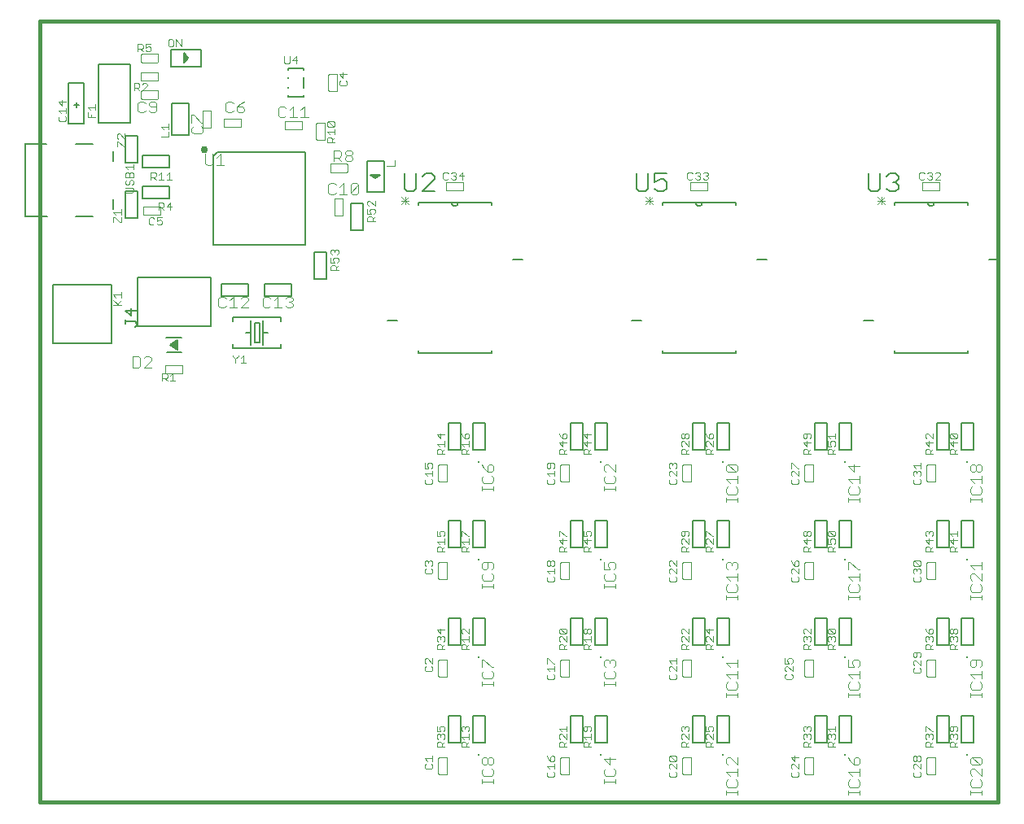
<source format=gto>
G75*
%MOIN*%
%OFA0B0*%
%FSLAX25Y25*%
%IPPOS*%
%LPD*%
%AMOC8*
5,1,8,0,0,1.08239X$1,22.5*
%
%ADD10C,0.01600*%
%ADD11C,0.00300*%
%ADD12C,0.00400*%
%ADD13C,0.00500*%
%ADD14C,0.00800*%
%ADD15C,0.03000*%
%ADD16C,0.00600*%
%ADD17R,0.00768X0.00768*%
D10*
X0030744Y0008834D02*
X0030744Y0328834D01*
X0423244Y0328834D01*
X0423244Y0008834D01*
X0030744Y0008834D01*
D11*
X0193994Y0020834D02*
X0193994Y0026834D01*
X0193996Y0026878D01*
X0194002Y0026921D01*
X0194011Y0026963D01*
X0194024Y0027005D01*
X0194041Y0027045D01*
X0194061Y0027084D01*
X0194084Y0027121D01*
X0194111Y0027155D01*
X0194140Y0027188D01*
X0194173Y0027217D01*
X0194207Y0027244D01*
X0194244Y0027267D01*
X0194283Y0027287D01*
X0194323Y0027304D01*
X0194365Y0027317D01*
X0194407Y0027326D01*
X0194450Y0027332D01*
X0194494Y0027334D01*
X0196994Y0027334D01*
X0197038Y0027332D01*
X0197081Y0027326D01*
X0197123Y0027317D01*
X0197165Y0027304D01*
X0197205Y0027287D01*
X0197244Y0027267D01*
X0197281Y0027244D01*
X0197315Y0027217D01*
X0197348Y0027188D01*
X0197377Y0027155D01*
X0197404Y0027121D01*
X0197427Y0027084D01*
X0197447Y0027045D01*
X0197464Y0027005D01*
X0197477Y0026963D01*
X0197486Y0026921D01*
X0197492Y0026878D01*
X0197494Y0026834D01*
X0197494Y0020834D01*
X0197492Y0020790D01*
X0197486Y0020747D01*
X0197477Y0020705D01*
X0197464Y0020663D01*
X0197447Y0020623D01*
X0197427Y0020584D01*
X0197404Y0020547D01*
X0197377Y0020513D01*
X0197348Y0020480D01*
X0197315Y0020451D01*
X0197281Y0020424D01*
X0197244Y0020401D01*
X0197205Y0020381D01*
X0197165Y0020364D01*
X0197123Y0020351D01*
X0197081Y0020342D01*
X0197038Y0020336D01*
X0196994Y0020334D01*
X0194494Y0020334D01*
X0194450Y0020336D01*
X0194407Y0020342D01*
X0194365Y0020351D01*
X0194323Y0020364D01*
X0194283Y0020381D01*
X0194244Y0020401D01*
X0194207Y0020424D01*
X0194173Y0020451D01*
X0194140Y0020480D01*
X0194111Y0020513D01*
X0194084Y0020547D01*
X0194061Y0020584D01*
X0194041Y0020623D01*
X0194024Y0020663D01*
X0194011Y0020705D01*
X0194002Y0020747D01*
X0193996Y0020790D01*
X0193994Y0020834D01*
X0243994Y0020834D02*
X0243994Y0026834D01*
X0243996Y0026878D01*
X0244002Y0026921D01*
X0244011Y0026963D01*
X0244024Y0027005D01*
X0244041Y0027045D01*
X0244061Y0027084D01*
X0244084Y0027121D01*
X0244111Y0027155D01*
X0244140Y0027188D01*
X0244173Y0027217D01*
X0244207Y0027244D01*
X0244244Y0027267D01*
X0244283Y0027287D01*
X0244323Y0027304D01*
X0244365Y0027317D01*
X0244407Y0027326D01*
X0244450Y0027332D01*
X0244494Y0027334D01*
X0246994Y0027334D01*
X0247038Y0027332D01*
X0247081Y0027326D01*
X0247123Y0027317D01*
X0247165Y0027304D01*
X0247205Y0027287D01*
X0247244Y0027267D01*
X0247281Y0027244D01*
X0247315Y0027217D01*
X0247348Y0027188D01*
X0247377Y0027155D01*
X0247404Y0027121D01*
X0247427Y0027084D01*
X0247447Y0027045D01*
X0247464Y0027005D01*
X0247477Y0026963D01*
X0247486Y0026921D01*
X0247492Y0026878D01*
X0247494Y0026834D01*
X0247494Y0020834D01*
X0247492Y0020790D01*
X0247486Y0020747D01*
X0247477Y0020705D01*
X0247464Y0020663D01*
X0247447Y0020623D01*
X0247427Y0020584D01*
X0247404Y0020547D01*
X0247377Y0020513D01*
X0247348Y0020480D01*
X0247315Y0020451D01*
X0247281Y0020424D01*
X0247244Y0020401D01*
X0247205Y0020381D01*
X0247165Y0020364D01*
X0247123Y0020351D01*
X0247081Y0020342D01*
X0247038Y0020336D01*
X0246994Y0020334D01*
X0244494Y0020334D01*
X0244450Y0020336D01*
X0244407Y0020342D01*
X0244365Y0020351D01*
X0244323Y0020364D01*
X0244283Y0020381D01*
X0244244Y0020401D01*
X0244207Y0020424D01*
X0244173Y0020451D01*
X0244140Y0020480D01*
X0244111Y0020513D01*
X0244084Y0020547D01*
X0244061Y0020584D01*
X0244041Y0020623D01*
X0244024Y0020663D01*
X0244011Y0020705D01*
X0244002Y0020747D01*
X0243996Y0020790D01*
X0243994Y0020834D01*
X0293994Y0020834D02*
X0293994Y0026834D01*
X0293996Y0026878D01*
X0294002Y0026921D01*
X0294011Y0026963D01*
X0294024Y0027005D01*
X0294041Y0027045D01*
X0294061Y0027084D01*
X0294084Y0027121D01*
X0294111Y0027155D01*
X0294140Y0027188D01*
X0294173Y0027217D01*
X0294207Y0027244D01*
X0294244Y0027267D01*
X0294283Y0027287D01*
X0294323Y0027304D01*
X0294365Y0027317D01*
X0294407Y0027326D01*
X0294450Y0027332D01*
X0294494Y0027334D01*
X0296994Y0027334D01*
X0297038Y0027332D01*
X0297081Y0027326D01*
X0297123Y0027317D01*
X0297165Y0027304D01*
X0297205Y0027287D01*
X0297244Y0027267D01*
X0297281Y0027244D01*
X0297315Y0027217D01*
X0297348Y0027188D01*
X0297377Y0027155D01*
X0297404Y0027121D01*
X0297427Y0027084D01*
X0297447Y0027045D01*
X0297464Y0027005D01*
X0297477Y0026963D01*
X0297486Y0026921D01*
X0297492Y0026878D01*
X0297494Y0026834D01*
X0297494Y0020834D01*
X0297492Y0020790D01*
X0297486Y0020747D01*
X0297477Y0020705D01*
X0297464Y0020663D01*
X0297447Y0020623D01*
X0297427Y0020584D01*
X0297404Y0020547D01*
X0297377Y0020513D01*
X0297348Y0020480D01*
X0297315Y0020451D01*
X0297281Y0020424D01*
X0297244Y0020401D01*
X0297205Y0020381D01*
X0297165Y0020364D01*
X0297123Y0020351D01*
X0297081Y0020342D01*
X0297038Y0020336D01*
X0296994Y0020334D01*
X0294494Y0020334D01*
X0294450Y0020336D01*
X0294407Y0020342D01*
X0294365Y0020351D01*
X0294323Y0020364D01*
X0294283Y0020381D01*
X0294244Y0020401D01*
X0294207Y0020424D01*
X0294173Y0020451D01*
X0294140Y0020480D01*
X0294111Y0020513D01*
X0294084Y0020547D01*
X0294061Y0020584D01*
X0294041Y0020623D01*
X0294024Y0020663D01*
X0294011Y0020705D01*
X0294002Y0020747D01*
X0293996Y0020790D01*
X0293994Y0020834D01*
X0343994Y0020834D02*
X0343994Y0026834D01*
X0343996Y0026878D01*
X0344002Y0026921D01*
X0344011Y0026963D01*
X0344024Y0027005D01*
X0344041Y0027045D01*
X0344061Y0027084D01*
X0344084Y0027121D01*
X0344111Y0027155D01*
X0344140Y0027188D01*
X0344173Y0027217D01*
X0344207Y0027244D01*
X0344244Y0027267D01*
X0344283Y0027287D01*
X0344323Y0027304D01*
X0344365Y0027317D01*
X0344407Y0027326D01*
X0344450Y0027332D01*
X0344494Y0027334D01*
X0346994Y0027334D01*
X0347038Y0027332D01*
X0347081Y0027326D01*
X0347123Y0027317D01*
X0347165Y0027304D01*
X0347205Y0027287D01*
X0347244Y0027267D01*
X0347281Y0027244D01*
X0347315Y0027217D01*
X0347348Y0027188D01*
X0347377Y0027155D01*
X0347404Y0027121D01*
X0347427Y0027084D01*
X0347447Y0027045D01*
X0347464Y0027005D01*
X0347477Y0026963D01*
X0347486Y0026921D01*
X0347492Y0026878D01*
X0347494Y0026834D01*
X0347494Y0020834D01*
X0347492Y0020790D01*
X0347486Y0020747D01*
X0347477Y0020705D01*
X0347464Y0020663D01*
X0347447Y0020623D01*
X0347427Y0020584D01*
X0347404Y0020547D01*
X0347377Y0020513D01*
X0347348Y0020480D01*
X0347315Y0020451D01*
X0347281Y0020424D01*
X0347244Y0020401D01*
X0347205Y0020381D01*
X0347165Y0020364D01*
X0347123Y0020351D01*
X0347081Y0020342D01*
X0347038Y0020336D01*
X0346994Y0020334D01*
X0344494Y0020334D01*
X0344450Y0020336D01*
X0344407Y0020342D01*
X0344365Y0020351D01*
X0344323Y0020364D01*
X0344283Y0020381D01*
X0344244Y0020401D01*
X0344207Y0020424D01*
X0344173Y0020451D01*
X0344140Y0020480D01*
X0344111Y0020513D01*
X0344084Y0020547D01*
X0344061Y0020584D01*
X0344041Y0020623D01*
X0344024Y0020663D01*
X0344011Y0020705D01*
X0344002Y0020747D01*
X0343996Y0020790D01*
X0343994Y0020834D01*
X0393994Y0020834D02*
X0393994Y0026834D01*
X0393996Y0026878D01*
X0394002Y0026921D01*
X0394011Y0026963D01*
X0394024Y0027005D01*
X0394041Y0027045D01*
X0394061Y0027084D01*
X0394084Y0027121D01*
X0394111Y0027155D01*
X0394140Y0027188D01*
X0394173Y0027217D01*
X0394207Y0027244D01*
X0394244Y0027267D01*
X0394283Y0027287D01*
X0394323Y0027304D01*
X0394365Y0027317D01*
X0394407Y0027326D01*
X0394450Y0027332D01*
X0394494Y0027334D01*
X0396994Y0027334D01*
X0397038Y0027332D01*
X0397081Y0027326D01*
X0397123Y0027317D01*
X0397165Y0027304D01*
X0397205Y0027287D01*
X0397244Y0027267D01*
X0397281Y0027244D01*
X0397315Y0027217D01*
X0397348Y0027188D01*
X0397377Y0027155D01*
X0397404Y0027121D01*
X0397427Y0027084D01*
X0397447Y0027045D01*
X0397464Y0027005D01*
X0397477Y0026963D01*
X0397486Y0026921D01*
X0397492Y0026878D01*
X0397494Y0026834D01*
X0397494Y0020834D01*
X0397492Y0020790D01*
X0397486Y0020747D01*
X0397477Y0020705D01*
X0397464Y0020663D01*
X0397447Y0020623D01*
X0397427Y0020584D01*
X0397404Y0020547D01*
X0397377Y0020513D01*
X0397348Y0020480D01*
X0397315Y0020451D01*
X0397281Y0020424D01*
X0397244Y0020401D01*
X0397205Y0020381D01*
X0397165Y0020364D01*
X0397123Y0020351D01*
X0397081Y0020342D01*
X0397038Y0020336D01*
X0396994Y0020334D01*
X0394494Y0020334D01*
X0394450Y0020336D01*
X0394407Y0020342D01*
X0394365Y0020351D01*
X0394323Y0020364D01*
X0394283Y0020381D01*
X0394244Y0020401D01*
X0394207Y0020424D01*
X0394173Y0020451D01*
X0394140Y0020480D01*
X0394111Y0020513D01*
X0394084Y0020547D01*
X0394061Y0020584D01*
X0394041Y0020623D01*
X0394024Y0020663D01*
X0394011Y0020705D01*
X0394002Y0020747D01*
X0393996Y0020790D01*
X0393994Y0020834D01*
X0394494Y0060334D02*
X0396994Y0060334D01*
X0397038Y0060336D01*
X0397081Y0060342D01*
X0397123Y0060351D01*
X0397165Y0060364D01*
X0397205Y0060381D01*
X0397244Y0060401D01*
X0397281Y0060424D01*
X0397315Y0060451D01*
X0397348Y0060480D01*
X0397377Y0060513D01*
X0397404Y0060547D01*
X0397427Y0060584D01*
X0397447Y0060623D01*
X0397464Y0060663D01*
X0397477Y0060705D01*
X0397486Y0060747D01*
X0397492Y0060790D01*
X0397494Y0060834D01*
X0397494Y0066834D01*
X0397492Y0066878D01*
X0397486Y0066921D01*
X0397477Y0066963D01*
X0397464Y0067005D01*
X0397447Y0067045D01*
X0397427Y0067084D01*
X0397404Y0067121D01*
X0397377Y0067155D01*
X0397348Y0067188D01*
X0397315Y0067217D01*
X0397281Y0067244D01*
X0397244Y0067267D01*
X0397205Y0067287D01*
X0397165Y0067304D01*
X0397123Y0067317D01*
X0397081Y0067326D01*
X0397038Y0067332D01*
X0396994Y0067334D01*
X0394494Y0067334D01*
X0394450Y0067332D01*
X0394407Y0067326D01*
X0394365Y0067317D01*
X0394323Y0067304D01*
X0394283Y0067287D01*
X0394244Y0067267D01*
X0394207Y0067244D01*
X0394173Y0067217D01*
X0394140Y0067188D01*
X0394111Y0067155D01*
X0394084Y0067121D01*
X0394061Y0067084D01*
X0394041Y0067045D01*
X0394024Y0067005D01*
X0394011Y0066963D01*
X0394002Y0066921D01*
X0393996Y0066878D01*
X0393994Y0066834D01*
X0393994Y0060834D01*
X0393996Y0060790D01*
X0394002Y0060747D01*
X0394011Y0060705D01*
X0394024Y0060663D01*
X0394041Y0060623D01*
X0394061Y0060584D01*
X0394084Y0060547D01*
X0394111Y0060513D01*
X0394140Y0060480D01*
X0394173Y0060451D01*
X0394207Y0060424D01*
X0394244Y0060401D01*
X0394283Y0060381D01*
X0394323Y0060364D01*
X0394365Y0060351D01*
X0394407Y0060342D01*
X0394450Y0060336D01*
X0394494Y0060334D01*
X0347494Y0060834D02*
X0347494Y0066834D01*
X0347492Y0066878D01*
X0347486Y0066921D01*
X0347477Y0066963D01*
X0347464Y0067005D01*
X0347447Y0067045D01*
X0347427Y0067084D01*
X0347404Y0067121D01*
X0347377Y0067155D01*
X0347348Y0067188D01*
X0347315Y0067217D01*
X0347281Y0067244D01*
X0347244Y0067267D01*
X0347205Y0067287D01*
X0347165Y0067304D01*
X0347123Y0067317D01*
X0347081Y0067326D01*
X0347038Y0067332D01*
X0346994Y0067334D01*
X0344494Y0067334D01*
X0344450Y0067332D01*
X0344407Y0067326D01*
X0344365Y0067317D01*
X0344323Y0067304D01*
X0344283Y0067287D01*
X0344244Y0067267D01*
X0344207Y0067244D01*
X0344173Y0067217D01*
X0344140Y0067188D01*
X0344111Y0067155D01*
X0344084Y0067121D01*
X0344061Y0067084D01*
X0344041Y0067045D01*
X0344024Y0067005D01*
X0344011Y0066963D01*
X0344002Y0066921D01*
X0343996Y0066878D01*
X0343994Y0066834D01*
X0343994Y0060834D01*
X0343996Y0060790D01*
X0344002Y0060747D01*
X0344011Y0060705D01*
X0344024Y0060663D01*
X0344041Y0060623D01*
X0344061Y0060584D01*
X0344084Y0060547D01*
X0344111Y0060513D01*
X0344140Y0060480D01*
X0344173Y0060451D01*
X0344207Y0060424D01*
X0344244Y0060401D01*
X0344283Y0060381D01*
X0344323Y0060364D01*
X0344365Y0060351D01*
X0344407Y0060342D01*
X0344450Y0060336D01*
X0344494Y0060334D01*
X0346994Y0060334D01*
X0347038Y0060336D01*
X0347081Y0060342D01*
X0347123Y0060351D01*
X0347165Y0060364D01*
X0347205Y0060381D01*
X0347244Y0060401D01*
X0347281Y0060424D01*
X0347315Y0060451D01*
X0347348Y0060480D01*
X0347377Y0060513D01*
X0347404Y0060547D01*
X0347427Y0060584D01*
X0347447Y0060623D01*
X0347464Y0060663D01*
X0347477Y0060705D01*
X0347486Y0060747D01*
X0347492Y0060790D01*
X0347494Y0060834D01*
X0297494Y0060834D02*
X0297494Y0066834D01*
X0297492Y0066878D01*
X0297486Y0066921D01*
X0297477Y0066963D01*
X0297464Y0067005D01*
X0297447Y0067045D01*
X0297427Y0067084D01*
X0297404Y0067121D01*
X0297377Y0067155D01*
X0297348Y0067188D01*
X0297315Y0067217D01*
X0297281Y0067244D01*
X0297244Y0067267D01*
X0297205Y0067287D01*
X0297165Y0067304D01*
X0297123Y0067317D01*
X0297081Y0067326D01*
X0297038Y0067332D01*
X0296994Y0067334D01*
X0294494Y0067334D01*
X0294450Y0067332D01*
X0294407Y0067326D01*
X0294365Y0067317D01*
X0294323Y0067304D01*
X0294283Y0067287D01*
X0294244Y0067267D01*
X0294207Y0067244D01*
X0294173Y0067217D01*
X0294140Y0067188D01*
X0294111Y0067155D01*
X0294084Y0067121D01*
X0294061Y0067084D01*
X0294041Y0067045D01*
X0294024Y0067005D01*
X0294011Y0066963D01*
X0294002Y0066921D01*
X0293996Y0066878D01*
X0293994Y0066834D01*
X0293994Y0060834D01*
X0293996Y0060790D01*
X0294002Y0060747D01*
X0294011Y0060705D01*
X0294024Y0060663D01*
X0294041Y0060623D01*
X0294061Y0060584D01*
X0294084Y0060547D01*
X0294111Y0060513D01*
X0294140Y0060480D01*
X0294173Y0060451D01*
X0294207Y0060424D01*
X0294244Y0060401D01*
X0294283Y0060381D01*
X0294323Y0060364D01*
X0294365Y0060351D01*
X0294407Y0060342D01*
X0294450Y0060336D01*
X0294494Y0060334D01*
X0296994Y0060334D01*
X0297038Y0060336D01*
X0297081Y0060342D01*
X0297123Y0060351D01*
X0297165Y0060364D01*
X0297205Y0060381D01*
X0297244Y0060401D01*
X0297281Y0060424D01*
X0297315Y0060451D01*
X0297348Y0060480D01*
X0297377Y0060513D01*
X0297404Y0060547D01*
X0297427Y0060584D01*
X0297447Y0060623D01*
X0297464Y0060663D01*
X0297477Y0060705D01*
X0297486Y0060747D01*
X0297492Y0060790D01*
X0297494Y0060834D01*
X0247494Y0060834D02*
X0247494Y0066834D01*
X0247492Y0066878D01*
X0247486Y0066921D01*
X0247477Y0066963D01*
X0247464Y0067005D01*
X0247447Y0067045D01*
X0247427Y0067084D01*
X0247404Y0067121D01*
X0247377Y0067155D01*
X0247348Y0067188D01*
X0247315Y0067217D01*
X0247281Y0067244D01*
X0247244Y0067267D01*
X0247205Y0067287D01*
X0247165Y0067304D01*
X0247123Y0067317D01*
X0247081Y0067326D01*
X0247038Y0067332D01*
X0246994Y0067334D01*
X0244494Y0067334D01*
X0244450Y0067332D01*
X0244407Y0067326D01*
X0244365Y0067317D01*
X0244323Y0067304D01*
X0244283Y0067287D01*
X0244244Y0067267D01*
X0244207Y0067244D01*
X0244173Y0067217D01*
X0244140Y0067188D01*
X0244111Y0067155D01*
X0244084Y0067121D01*
X0244061Y0067084D01*
X0244041Y0067045D01*
X0244024Y0067005D01*
X0244011Y0066963D01*
X0244002Y0066921D01*
X0243996Y0066878D01*
X0243994Y0066834D01*
X0243994Y0060834D01*
X0243996Y0060790D01*
X0244002Y0060747D01*
X0244011Y0060705D01*
X0244024Y0060663D01*
X0244041Y0060623D01*
X0244061Y0060584D01*
X0244084Y0060547D01*
X0244111Y0060513D01*
X0244140Y0060480D01*
X0244173Y0060451D01*
X0244207Y0060424D01*
X0244244Y0060401D01*
X0244283Y0060381D01*
X0244323Y0060364D01*
X0244365Y0060351D01*
X0244407Y0060342D01*
X0244450Y0060336D01*
X0244494Y0060334D01*
X0246994Y0060334D01*
X0247038Y0060336D01*
X0247081Y0060342D01*
X0247123Y0060351D01*
X0247165Y0060364D01*
X0247205Y0060381D01*
X0247244Y0060401D01*
X0247281Y0060424D01*
X0247315Y0060451D01*
X0247348Y0060480D01*
X0247377Y0060513D01*
X0247404Y0060547D01*
X0247427Y0060584D01*
X0247447Y0060623D01*
X0247464Y0060663D01*
X0247477Y0060705D01*
X0247486Y0060747D01*
X0247492Y0060790D01*
X0247494Y0060834D01*
X0197494Y0060834D02*
X0197494Y0066834D01*
X0197492Y0066878D01*
X0197486Y0066921D01*
X0197477Y0066963D01*
X0197464Y0067005D01*
X0197447Y0067045D01*
X0197427Y0067084D01*
X0197404Y0067121D01*
X0197377Y0067155D01*
X0197348Y0067188D01*
X0197315Y0067217D01*
X0197281Y0067244D01*
X0197244Y0067267D01*
X0197205Y0067287D01*
X0197165Y0067304D01*
X0197123Y0067317D01*
X0197081Y0067326D01*
X0197038Y0067332D01*
X0196994Y0067334D01*
X0194494Y0067334D01*
X0194450Y0067332D01*
X0194407Y0067326D01*
X0194365Y0067317D01*
X0194323Y0067304D01*
X0194283Y0067287D01*
X0194244Y0067267D01*
X0194207Y0067244D01*
X0194173Y0067217D01*
X0194140Y0067188D01*
X0194111Y0067155D01*
X0194084Y0067121D01*
X0194061Y0067084D01*
X0194041Y0067045D01*
X0194024Y0067005D01*
X0194011Y0066963D01*
X0194002Y0066921D01*
X0193996Y0066878D01*
X0193994Y0066834D01*
X0193994Y0060834D01*
X0193996Y0060790D01*
X0194002Y0060747D01*
X0194011Y0060705D01*
X0194024Y0060663D01*
X0194041Y0060623D01*
X0194061Y0060584D01*
X0194084Y0060547D01*
X0194111Y0060513D01*
X0194140Y0060480D01*
X0194173Y0060451D01*
X0194207Y0060424D01*
X0194244Y0060401D01*
X0194283Y0060381D01*
X0194323Y0060364D01*
X0194365Y0060351D01*
X0194407Y0060342D01*
X0194450Y0060336D01*
X0194494Y0060334D01*
X0196994Y0060334D01*
X0197038Y0060336D01*
X0197081Y0060342D01*
X0197123Y0060351D01*
X0197165Y0060364D01*
X0197205Y0060381D01*
X0197244Y0060401D01*
X0197281Y0060424D01*
X0197315Y0060451D01*
X0197348Y0060480D01*
X0197377Y0060513D01*
X0197404Y0060547D01*
X0197427Y0060584D01*
X0197447Y0060623D01*
X0197464Y0060663D01*
X0197477Y0060705D01*
X0197486Y0060747D01*
X0197492Y0060790D01*
X0197494Y0060834D01*
X0196994Y0100334D02*
X0194494Y0100334D01*
X0194450Y0100336D01*
X0194407Y0100342D01*
X0194365Y0100351D01*
X0194323Y0100364D01*
X0194283Y0100381D01*
X0194244Y0100401D01*
X0194207Y0100424D01*
X0194173Y0100451D01*
X0194140Y0100480D01*
X0194111Y0100513D01*
X0194084Y0100547D01*
X0194061Y0100584D01*
X0194041Y0100623D01*
X0194024Y0100663D01*
X0194011Y0100705D01*
X0194002Y0100747D01*
X0193996Y0100790D01*
X0193994Y0100834D01*
X0193994Y0106834D01*
X0193996Y0106878D01*
X0194002Y0106921D01*
X0194011Y0106963D01*
X0194024Y0107005D01*
X0194041Y0107045D01*
X0194061Y0107084D01*
X0194084Y0107121D01*
X0194111Y0107155D01*
X0194140Y0107188D01*
X0194173Y0107217D01*
X0194207Y0107244D01*
X0194244Y0107267D01*
X0194283Y0107287D01*
X0194323Y0107304D01*
X0194365Y0107317D01*
X0194407Y0107326D01*
X0194450Y0107332D01*
X0194494Y0107334D01*
X0196994Y0107334D01*
X0197038Y0107332D01*
X0197081Y0107326D01*
X0197123Y0107317D01*
X0197165Y0107304D01*
X0197205Y0107287D01*
X0197244Y0107267D01*
X0197281Y0107244D01*
X0197315Y0107217D01*
X0197348Y0107188D01*
X0197377Y0107155D01*
X0197404Y0107121D01*
X0197427Y0107084D01*
X0197447Y0107045D01*
X0197464Y0107005D01*
X0197477Y0106963D01*
X0197486Y0106921D01*
X0197492Y0106878D01*
X0197494Y0106834D01*
X0197494Y0100834D01*
X0197492Y0100790D01*
X0197486Y0100747D01*
X0197477Y0100705D01*
X0197464Y0100663D01*
X0197447Y0100623D01*
X0197427Y0100584D01*
X0197404Y0100547D01*
X0197377Y0100513D01*
X0197348Y0100480D01*
X0197315Y0100451D01*
X0197281Y0100424D01*
X0197244Y0100401D01*
X0197205Y0100381D01*
X0197165Y0100364D01*
X0197123Y0100351D01*
X0197081Y0100342D01*
X0197038Y0100336D01*
X0196994Y0100334D01*
X0243994Y0100834D02*
X0243994Y0106834D01*
X0243996Y0106878D01*
X0244002Y0106921D01*
X0244011Y0106963D01*
X0244024Y0107005D01*
X0244041Y0107045D01*
X0244061Y0107084D01*
X0244084Y0107121D01*
X0244111Y0107155D01*
X0244140Y0107188D01*
X0244173Y0107217D01*
X0244207Y0107244D01*
X0244244Y0107267D01*
X0244283Y0107287D01*
X0244323Y0107304D01*
X0244365Y0107317D01*
X0244407Y0107326D01*
X0244450Y0107332D01*
X0244494Y0107334D01*
X0246994Y0107334D01*
X0247038Y0107332D01*
X0247081Y0107326D01*
X0247123Y0107317D01*
X0247165Y0107304D01*
X0247205Y0107287D01*
X0247244Y0107267D01*
X0247281Y0107244D01*
X0247315Y0107217D01*
X0247348Y0107188D01*
X0247377Y0107155D01*
X0247404Y0107121D01*
X0247427Y0107084D01*
X0247447Y0107045D01*
X0247464Y0107005D01*
X0247477Y0106963D01*
X0247486Y0106921D01*
X0247492Y0106878D01*
X0247494Y0106834D01*
X0247494Y0100834D01*
X0247492Y0100790D01*
X0247486Y0100747D01*
X0247477Y0100705D01*
X0247464Y0100663D01*
X0247447Y0100623D01*
X0247427Y0100584D01*
X0247404Y0100547D01*
X0247377Y0100513D01*
X0247348Y0100480D01*
X0247315Y0100451D01*
X0247281Y0100424D01*
X0247244Y0100401D01*
X0247205Y0100381D01*
X0247165Y0100364D01*
X0247123Y0100351D01*
X0247081Y0100342D01*
X0247038Y0100336D01*
X0246994Y0100334D01*
X0244494Y0100334D01*
X0244450Y0100336D01*
X0244407Y0100342D01*
X0244365Y0100351D01*
X0244323Y0100364D01*
X0244283Y0100381D01*
X0244244Y0100401D01*
X0244207Y0100424D01*
X0244173Y0100451D01*
X0244140Y0100480D01*
X0244111Y0100513D01*
X0244084Y0100547D01*
X0244061Y0100584D01*
X0244041Y0100623D01*
X0244024Y0100663D01*
X0244011Y0100705D01*
X0244002Y0100747D01*
X0243996Y0100790D01*
X0243994Y0100834D01*
X0293994Y0100834D02*
X0293994Y0106834D01*
X0293996Y0106878D01*
X0294002Y0106921D01*
X0294011Y0106963D01*
X0294024Y0107005D01*
X0294041Y0107045D01*
X0294061Y0107084D01*
X0294084Y0107121D01*
X0294111Y0107155D01*
X0294140Y0107188D01*
X0294173Y0107217D01*
X0294207Y0107244D01*
X0294244Y0107267D01*
X0294283Y0107287D01*
X0294323Y0107304D01*
X0294365Y0107317D01*
X0294407Y0107326D01*
X0294450Y0107332D01*
X0294494Y0107334D01*
X0296994Y0107334D01*
X0297038Y0107332D01*
X0297081Y0107326D01*
X0297123Y0107317D01*
X0297165Y0107304D01*
X0297205Y0107287D01*
X0297244Y0107267D01*
X0297281Y0107244D01*
X0297315Y0107217D01*
X0297348Y0107188D01*
X0297377Y0107155D01*
X0297404Y0107121D01*
X0297427Y0107084D01*
X0297447Y0107045D01*
X0297464Y0107005D01*
X0297477Y0106963D01*
X0297486Y0106921D01*
X0297492Y0106878D01*
X0297494Y0106834D01*
X0297494Y0100834D01*
X0297492Y0100790D01*
X0297486Y0100747D01*
X0297477Y0100705D01*
X0297464Y0100663D01*
X0297447Y0100623D01*
X0297427Y0100584D01*
X0297404Y0100547D01*
X0297377Y0100513D01*
X0297348Y0100480D01*
X0297315Y0100451D01*
X0297281Y0100424D01*
X0297244Y0100401D01*
X0297205Y0100381D01*
X0297165Y0100364D01*
X0297123Y0100351D01*
X0297081Y0100342D01*
X0297038Y0100336D01*
X0296994Y0100334D01*
X0294494Y0100334D01*
X0294450Y0100336D01*
X0294407Y0100342D01*
X0294365Y0100351D01*
X0294323Y0100364D01*
X0294283Y0100381D01*
X0294244Y0100401D01*
X0294207Y0100424D01*
X0294173Y0100451D01*
X0294140Y0100480D01*
X0294111Y0100513D01*
X0294084Y0100547D01*
X0294061Y0100584D01*
X0294041Y0100623D01*
X0294024Y0100663D01*
X0294011Y0100705D01*
X0294002Y0100747D01*
X0293996Y0100790D01*
X0293994Y0100834D01*
X0343994Y0100834D02*
X0343994Y0106834D01*
X0343996Y0106878D01*
X0344002Y0106921D01*
X0344011Y0106963D01*
X0344024Y0107005D01*
X0344041Y0107045D01*
X0344061Y0107084D01*
X0344084Y0107121D01*
X0344111Y0107155D01*
X0344140Y0107188D01*
X0344173Y0107217D01*
X0344207Y0107244D01*
X0344244Y0107267D01*
X0344283Y0107287D01*
X0344323Y0107304D01*
X0344365Y0107317D01*
X0344407Y0107326D01*
X0344450Y0107332D01*
X0344494Y0107334D01*
X0346994Y0107334D01*
X0347038Y0107332D01*
X0347081Y0107326D01*
X0347123Y0107317D01*
X0347165Y0107304D01*
X0347205Y0107287D01*
X0347244Y0107267D01*
X0347281Y0107244D01*
X0347315Y0107217D01*
X0347348Y0107188D01*
X0347377Y0107155D01*
X0347404Y0107121D01*
X0347427Y0107084D01*
X0347447Y0107045D01*
X0347464Y0107005D01*
X0347477Y0106963D01*
X0347486Y0106921D01*
X0347492Y0106878D01*
X0347494Y0106834D01*
X0347494Y0100834D01*
X0347492Y0100790D01*
X0347486Y0100747D01*
X0347477Y0100705D01*
X0347464Y0100663D01*
X0347447Y0100623D01*
X0347427Y0100584D01*
X0347404Y0100547D01*
X0347377Y0100513D01*
X0347348Y0100480D01*
X0347315Y0100451D01*
X0347281Y0100424D01*
X0347244Y0100401D01*
X0347205Y0100381D01*
X0347165Y0100364D01*
X0347123Y0100351D01*
X0347081Y0100342D01*
X0347038Y0100336D01*
X0346994Y0100334D01*
X0344494Y0100334D01*
X0344450Y0100336D01*
X0344407Y0100342D01*
X0344365Y0100351D01*
X0344323Y0100364D01*
X0344283Y0100381D01*
X0344244Y0100401D01*
X0344207Y0100424D01*
X0344173Y0100451D01*
X0344140Y0100480D01*
X0344111Y0100513D01*
X0344084Y0100547D01*
X0344061Y0100584D01*
X0344041Y0100623D01*
X0344024Y0100663D01*
X0344011Y0100705D01*
X0344002Y0100747D01*
X0343996Y0100790D01*
X0343994Y0100834D01*
X0393994Y0100834D02*
X0393994Y0106834D01*
X0393996Y0106878D01*
X0394002Y0106921D01*
X0394011Y0106963D01*
X0394024Y0107005D01*
X0394041Y0107045D01*
X0394061Y0107084D01*
X0394084Y0107121D01*
X0394111Y0107155D01*
X0394140Y0107188D01*
X0394173Y0107217D01*
X0394207Y0107244D01*
X0394244Y0107267D01*
X0394283Y0107287D01*
X0394323Y0107304D01*
X0394365Y0107317D01*
X0394407Y0107326D01*
X0394450Y0107332D01*
X0394494Y0107334D01*
X0396994Y0107334D01*
X0397038Y0107332D01*
X0397081Y0107326D01*
X0397123Y0107317D01*
X0397165Y0107304D01*
X0397205Y0107287D01*
X0397244Y0107267D01*
X0397281Y0107244D01*
X0397315Y0107217D01*
X0397348Y0107188D01*
X0397377Y0107155D01*
X0397404Y0107121D01*
X0397427Y0107084D01*
X0397447Y0107045D01*
X0397464Y0107005D01*
X0397477Y0106963D01*
X0397486Y0106921D01*
X0397492Y0106878D01*
X0397494Y0106834D01*
X0397494Y0100834D01*
X0397492Y0100790D01*
X0397486Y0100747D01*
X0397477Y0100705D01*
X0397464Y0100663D01*
X0397447Y0100623D01*
X0397427Y0100584D01*
X0397404Y0100547D01*
X0397377Y0100513D01*
X0397348Y0100480D01*
X0397315Y0100451D01*
X0397281Y0100424D01*
X0397244Y0100401D01*
X0397205Y0100381D01*
X0397165Y0100364D01*
X0397123Y0100351D01*
X0397081Y0100342D01*
X0397038Y0100336D01*
X0396994Y0100334D01*
X0394494Y0100334D01*
X0394450Y0100336D01*
X0394407Y0100342D01*
X0394365Y0100351D01*
X0394323Y0100364D01*
X0394283Y0100381D01*
X0394244Y0100401D01*
X0394207Y0100424D01*
X0394173Y0100451D01*
X0394140Y0100480D01*
X0394111Y0100513D01*
X0394084Y0100547D01*
X0394061Y0100584D01*
X0394041Y0100623D01*
X0394024Y0100663D01*
X0394011Y0100705D01*
X0394002Y0100747D01*
X0393996Y0100790D01*
X0393994Y0100834D01*
X0394494Y0140334D02*
X0396994Y0140334D01*
X0397038Y0140336D01*
X0397081Y0140342D01*
X0397123Y0140351D01*
X0397165Y0140364D01*
X0397205Y0140381D01*
X0397244Y0140401D01*
X0397281Y0140424D01*
X0397315Y0140451D01*
X0397348Y0140480D01*
X0397377Y0140513D01*
X0397404Y0140547D01*
X0397427Y0140584D01*
X0397447Y0140623D01*
X0397464Y0140663D01*
X0397477Y0140705D01*
X0397486Y0140747D01*
X0397492Y0140790D01*
X0397494Y0140834D01*
X0397494Y0146834D01*
X0397492Y0146878D01*
X0397486Y0146921D01*
X0397477Y0146963D01*
X0397464Y0147005D01*
X0397447Y0147045D01*
X0397427Y0147084D01*
X0397404Y0147121D01*
X0397377Y0147155D01*
X0397348Y0147188D01*
X0397315Y0147217D01*
X0397281Y0147244D01*
X0397244Y0147267D01*
X0397205Y0147287D01*
X0397165Y0147304D01*
X0397123Y0147317D01*
X0397081Y0147326D01*
X0397038Y0147332D01*
X0396994Y0147334D01*
X0394494Y0147334D01*
X0394450Y0147332D01*
X0394407Y0147326D01*
X0394365Y0147317D01*
X0394323Y0147304D01*
X0394283Y0147287D01*
X0394244Y0147267D01*
X0394207Y0147244D01*
X0394173Y0147217D01*
X0394140Y0147188D01*
X0394111Y0147155D01*
X0394084Y0147121D01*
X0394061Y0147084D01*
X0394041Y0147045D01*
X0394024Y0147005D01*
X0394011Y0146963D01*
X0394002Y0146921D01*
X0393996Y0146878D01*
X0393994Y0146834D01*
X0393994Y0140834D01*
X0393996Y0140790D01*
X0394002Y0140747D01*
X0394011Y0140705D01*
X0394024Y0140663D01*
X0394041Y0140623D01*
X0394061Y0140584D01*
X0394084Y0140547D01*
X0394111Y0140513D01*
X0394140Y0140480D01*
X0394173Y0140451D01*
X0394207Y0140424D01*
X0394244Y0140401D01*
X0394283Y0140381D01*
X0394323Y0140364D01*
X0394365Y0140351D01*
X0394407Y0140342D01*
X0394450Y0140336D01*
X0394494Y0140334D01*
X0347494Y0140834D02*
X0347494Y0146834D01*
X0347492Y0146878D01*
X0347486Y0146921D01*
X0347477Y0146963D01*
X0347464Y0147005D01*
X0347447Y0147045D01*
X0347427Y0147084D01*
X0347404Y0147121D01*
X0347377Y0147155D01*
X0347348Y0147188D01*
X0347315Y0147217D01*
X0347281Y0147244D01*
X0347244Y0147267D01*
X0347205Y0147287D01*
X0347165Y0147304D01*
X0347123Y0147317D01*
X0347081Y0147326D01*
X0347038Y0147332D01*
X0346994Y0147334D01*
X0344494Y0147334D01*
X0344450Y0147332D01*
X0344407Y0147326D01*
X0344365Y0147317D01*
X0344323Y0147304D01*
X0344283Y0147287D01*
X0344244Y0147267D01*
X0344207Y0147244D01*
X0344173Y0147217D01*
X0344140Y0147188D01*
X0344111Y0147155D01*
X0344084Y0147121D01*
X0344061Y0147084D01*
X0344041Y0147045D01*
X0344024Y0147005D01*
X0344011Y0146963D01*
X0344002Y0146921D01*
X0343996Y0146878D01*
X0343994Y0146834D01*
X0343994Y0140834D01*
X0343996Y0140790D01*
X0344002Y0140747D01*
X0344011Y0140705D01*
X0344024Y0140663D01*
X0344041Y0140623D01*
X0344061Y0140584D01*
X0344084Y0140547D01*
X0344111Y0140513D01*
X0344140Y0140480D01*
X0344173Y0140451D01*
X0344207Y0140424D01*
X0344244Y0140401D01*
X0344283Y0140381D01*
X0344323Y0140364D01*
X0344365Y0140351D01*
X0344407Y0140342D01*
X0344450Y0140336D01*
X0344494Y0140334D01*
X0346994Y0140334D01*
X0347038Y0140336D01*
X0347081Y0140342D01*
X0347123Y0140351D01*
X0347165Y0140364D01*
X0347205Y0140381D01*
X0347244Y0140401D01*
X0347281Y0140424D01*
X0347315Y0140451D01*
X0347348Y0140480D01*
X0347377Y0140513D01*
X0347404Y0140547D01*
X0347427Y0140584D01*
X0347447Y0140623D01*
X0347464Y0140663D01*
X0347477Y0140705D01*
X0347486Y0140747D01*
X0347492Y0140790D01*
X0347494Y0140834D01*
X0297494Y0140834D02*
X0297494Y0146834D01*
X0297492Y0146878D01*
X0297486Y0146921D01*
X0297477Y0146963D01*
X0297464Y0147005D01*
X0297447Y0147045D01*
X0297427Y0147084D01*
X0297404Y0147121D01*
X0297377Y0147155D01*
X0297348Y0147188D01*
X0297315Y0147217D01*
X0297281Y0147244D01*
X0297244Y0147267D01*
X0297205Y0147287D01*
X0297165Y0147304D01*
X0297123Y0147317D01*
X0297081Y0147326D01*
X0297038Y0147332D01*
X0296994Y0147334D01*
X0294494Y0147334D01*
X0294450Y0147332D01*
X0294407Y0147326D01*
X0294365Y0147317D01*
X0294323Y0147304D01*
X0294283Y0147287D01*
X0294244Y0147267D01*
X0294207Y0147244D01*
X0294173Y0147217D01*
X0294140Y0147188D01*
X0294111Y0147155D01*
X0294084Y0147121D01*
X0294061Y0147084D01*
X0294041Y0147045D01*
X0294024Y0147005D01*
X0294011Y0146963D01*
X0294002Y0146921D01*
X0293996Y0146878D01*
X0293994Y0146834D01*
X0293994Y0140834D01*
X0293996Y0140790D01*
X0294002Y0140747D01*
X0294011Y0140705D01*
X0294024Y0140663D01*
X0294041Y0140623D01*
X0294061Y0140584D01*
X0294084Y0140547D01*
X0294111Y0140513D01*
X0294140Y0140480D01*
X0294173Y0140451D01*
X0294207Y0140424D01*
X0294244Y0140401D01*
X0294283Y0140381D01*
X0294323Y0140364D01*
X0294365Y0140351D01*
X0294407Y0140342D01*
X0294450Y0140336D01*
X0294494Y0140334D01*
X0296994Y0140334D01*
X0297038Y0140336D01*
X0297081Y0140342D01*
X0297123Y0140351D01*
X0297165Y0140364D01*
X0297205Y0140381D01*
X0297244Y0140401D01*
X0297281Y0140424D01*
X0297315Y0140451D01*
X0297348Y0140480D01*
X0297377Y0140513D01*
X0297404Y0140547D01*
X0297427Y0140584D01*
X0297447Y0140623D01*
X0297464Y0140663D01*
X0297477Y0140705D01*
X0297486Y0140747D01*
X0297492Y0140790D01*
X0297494Y0140834D01*
X0247494Y0140834D02*
X0247494Y0146834D01*
X0247492Y0146878D01*
X0247486Y0146921D01*
X0247477Y0146963D01*
X0247464Y0147005D01*
X0247447Y0147045D01*
X0247427Y0147084D01*
X0247404Y0147121D01*
X0247377Y0147155D01*
X0247348Y0147188D01*
X0247315Y0147217D01*
X0247281Y0147244D01*
X0247244Y0147267D01*
X0247205Y0147287D01*
X0247165Y0147304D01*
X0247123Y0147317D01*
X0247081Y0147326D01*
X0247038Y0147332D01*
X0246994Y0147334D01*
X0244494Y0147334D01*
X0244450Y0147332D01*
X0244407Y0147326D01*
X0244365Y0147317D01*
X0244323Y0147304D01*
X0244283Y0147287D01*
X0244244Y0147267D01*
X0244207Y0147244D01*
X0244173Y0147217D01*
X0244140Y0147188D01*
X0244111Y0147155D01*
X0244084Y0147121D01*
X0244061Y0147084D01*
X0244041Y0147045D01*
X0244024Y0147005D01*
X0244011Y0146963D01*
X0244002Y0146921D01*
X0243996Y0146878D01*
X0243994Y0146834D01*
X0243994Y0140834D01*
X0243996Y0140790D01*
X0244002Y0140747D01*
X0244011Y0140705D01*
X0244024Y0140663D01*
X0244041Y0140623D01*
X0244061Y0140584D01*
X0244084Y0140547D01*
X0244111Y0140513D01*
X0244140Y0140480D01*
X0244173Y0140451D01*
X0244207Y0140424D01*
X0244244Y0140401D01*
X0244283Y0140381D01*
X0244323Y0140364D01*
X0244365Y0140351D01*
X0244407Y0140342D01*
X0244450Y0140336D01*
X0244494Y0140334D01*
X0246994Y0140334D01*
X0247038Y0140336D01*
X0247081Y0140342D01*
X0247123Y0140351D01*
X0247165Y0140364D01*
X0247205Y0140381D01*
X0247244Y0140401D01*
X0247281Y0140424D01*
X0247315Y0140451D01*
X0247348Y0140480D01*
X0247377Y0140513D01*
X0247404Y0140547D01*
X0247427Y0140584D01*
X0247447Y0140623D01*
X0247464Y0140663D01*
X0247477Y0140705D01*
X0247486Y0140747D01*
X0247492Y0140790D01*
X0247494Y0140834D01*
X0197494Y0140834D02*
X0197494Y0146834D01*
X0197492Y0146878D01*
X0197486Y0146921D01*
X0197477Y0146963D01*
X0197464Y0147005D01*
X0197447Y0147045D01*
X0197427Y0147084D01*
X0197404Y0147121D01*
X0197377Y0147155D01*
X0197348Y0147188D01*
X0197315Y0147217D01*
X0197281Y0147244D01*
X0197244Y0147267D01*
X0197205Y0147287D01*
X0197165Y0147304D01*
X0197123Y0147317D01*
X0197081Y0147326D01*
X0197038Y0147332D01*
X0196994Y0147334D01*
X0194494Y0147334D01*
X0194450Y0147332D01*
X0194407Y0147326D01*
X0194365Y0147317D01*
X0194323Y0147304D01*
X0194283Y0147287D01*
X0194244Y0147267D01*
X0194207Y0147244D01*
X0194173Y0147217D01*
X0194140Y0147188D01*
X0194111Y0147155D01*
X0194084Y0147121D01*
X0194061Y0147084D01*
X0194041Y0147045D01*
X0194024Y0147005D01*
X0194011Y0146963D01*
X0194002Y0146921D01*
X0193996Y0146878D01*
X0193994Y0146834D01*
X0193994Y0140834D01*
X0193996Y0140790D01*
X0194002Y0140747D01*
X0194011Y0140705D01*
X0194024Y0140663D01*
X0194041Y0140623D01*
X0194061Y0140584D01*
X0194084Y0140547D01*
X0194111Y0140513D01*
X0194140Y0140480D01*
X0194173Y0140451D01*
X0194207Y0140424D01*
X0194244Y0140401D01*
X0194283Y0140381D01*
X0194323Y0140364D01*
X0194365Y0140351D01*
X0194407Y0140342D01*
X0194450Y0140336D01*
X0194494Y0140334D01*
X0196994Y0140334D01*
X0197038Y0140336D01*
X0197081Y0140342D01*
X0197123Y0140351D01*
X0197165Y0140364D01*
X0197205Y0140381D01*
X0197244Y0140401D01*
X0197281Y0140424D01*
X0197315Y0140451D01*
X0197348Y0140480D01*
X0197377Y0140513D01*
X0197404Y0140547D01*
X0197427Y0140584D01*
X0197447Y0140623D01*
X0197464Y0140663D01*
X0197477Y0140705D01*
X0197486Y0140747D01*
X0197492Y0140790D01*
X0197494Y0140834D01*
X0089244Y0185084D02*
X0089244Y0187584D01*
X0089242Y0187628D01*
X0089236Y0187671D01*
X0089227Y0187713D01*
X0089214Y0187755D01*
X0089197Y0187795D01*
X0089177Y0187834D01*
X0089154Y0187871D01*
X0089127Y0187905D01*
X0089098Y0187938D01*
X0089065Y0187967D01*
X0089031Y0187994D01*
X0088994Y0188017D01*
X0088955Y0188037D01*
X0088915Y0188054D01*
X0088873Y0188067D01*
X0088831Y0188076D01*
X0088788Y0188082D01*
X0088744Y0188084D01*
X0082744Y0188084D01*
X0082700Y0188082D01*
X0082657Y0188076D01*
X0082615Y0188067D01*
X0082573Y0188054D01*
X0082533Y0188037D01*
X0082494Y0188017D01*
X0082457Y0187994D01*
X0082423Y0187967D01*
X0082390Y0187938D01*
X0082361Y0187905D01*
X0082334Y0187871D01*
X0082311Y0187834D01*
X0082291Y0187795D01*
X0082274Y0187755D01*
X0082261Y0187713D01*
X0082252Y0187671D01*
X0082246Y0187628D01*
X0082244Y0187584D01*
X0082244Y0185084D01*
X0082246Y0185040D01*
X0082252Y0184997D01*
X0082261Y0184955D01*
X0082274Y0184913D01*
X0082291Y0184873D01*
X0082311Y0184834D01*
X0082334Y0184797D01*
X0082361Y0184763D01*
X0082390Y0184730D01*
X0082423Y0184701D01*
X0082457Y0184674D01*
X0082494Y0184651D01*
X0082533Y0184631D01*
X0082573Y0184614D01*
X0082615Y0184601D01*
X0082657Y0184592D01*
X0082700Y0184586D01*
X0082744Y0184584D01*
X0088744Y0184584D01*
X0088788Y0184586D01*
X0088831Y0184592D01*
X0088873Y0184601D01*
X0088915Y0184614D01*
X0088955Y0184631D01*
X0088994Y0184651D01*
X0089031Y0184674D01*
X0089065Y0184701D01*
X0089098Y0184730D01*
X0089127Y0184763D01*
X0089154Y0184797D01*
X0089177Y0184834D01*
X0089197Y0184873D01*
X0089214Y0184913D01*
X0089227Y0184955D01*
X0089236Y0184997D01*
X0089242Y0185040D01*
X0089244Y0185084D01*
X0079744Y0249584D02*
X0073744Y0249584D01*
X0073700Y0249586D01*
X0073657Y0249592D01*
X0073615Y0249601D01*
X0073573Y0249614D01*
X0073533Y0249631D01*
X0073494Y0249651D01*
X0073457Y0249674D01*
X0073423Y0249701D01*
X0073390Y0249730D01*
X0073361Y0249763D01*
X0073334Y0249797D01*
X0073311Y0249834D01*
X0073291Y0249873D01*
X0073274Y0249913D01*
X0073261Y0249955D01*
X0073252Y0249997D01*
X0073246Y0250040D01*
X0073244Y0250084D01*
X0073244Y0252584D01*
X0073246Y0252628D01*
X0073252Y0252671D01*
X0073261Y0252713D01*
X0073274Y0252755D01*
X0073291Y0252795D01*
X0073311Y0252834D01*
X0073334Y0252871D01*
X0073361Y0252905D01*
X0073390Y0252938D01*
X0073423Y0252967D01*
X0073457Y0252994D01*
X0073494Y0253017D01*
X0073533Y0253037D01*
X0073573Y0253054D01*
X0073615Y0253067D01*
X0073657Y0253076D01*
X0073700Y0253082D01*
X0073744Y0253084D01*
X0079744Y0253084D01*
X0079788Y0253082D01*
X0079831Y0253076D01*
X0079873Y0253067D01*
X0079915Y0253054D01*
X0079955Y0253037D01*
X0079994Y0253017D01*
X0080031Y0252994D01*
X0080065Y0252967D01*
X0080098Y0252938D01*
X0080127Y0252905D01*
X0080154Y0252871D01*
X0080177Y0252834D01*
X0080197Y0252795D01*
X0080214Y0252755D01*
X0080227Y0252713D01*
X0080236Y0252671D01*
X0080242Y0252628D01*
X0080244Y0252584D01*
X0080244Y0250084D01*
X0080242Y0250040D01*
X0080236Y0249997D01*
X0080227Y0249955D01*
X0080214Y0249913D01*
X0080197Y0249873D01*
X0080177Y0249834D01*
X0080154Y0249797D01*
X0080127Y0249763D01*
X0080098Y0249730D01*
X0080065Y0249701D01*
X0080031Y0249674D01*
X0079994Y0249651D01*
X0079955Y0249631D01*
X0079915Y0249614D01*
X0079873Y0249601D01*
X0079831Y0249592D01*
X0079788Y0249586D01*
X0079744Y0249584D01*
X0097994Y0285334D02*
X0100494Y0285334D01*
X0100538Y0285336D01*
X0100581Y0285342D01*
X0100623Y0285351D01*
X0100665Y0285364D01*
X0100705Y0285381D01*
X0100744Y0285401D01*
X0100781Y0285424D01*
X0100815Y0285451D01*
X0100848Y0285480D01*
X0100877Y0285513D01*
X0100904Y0285547D01*
X0100927Y0285584D01*
X0100947Y0285623D01*
X0100964Y0285663D01*
X0100977Y0285705D01*
X0100986Y0285747D01*
X0100992Y0285790D01*
X0100994Y0285834D01*
X0100994Y0291834D01*
X0100992Y0291878D01*
X0100986Y0291921D01*
X0100977Y0291963D01*
X0100964Y0292005D01*
X0100947Y0292045D01*
X0100927Y0292084D01*
X0100904Y0292121D01*
X0100877Y0292155D01*
X0100848Y0292188D01*
X0100815Y0292217D01*
X0100781Y0292244D01*
X0100744Y0292267D01*
X0100705Y0292287D01*
X0100665Y0292304D01*
X0100623Y0292317D01*
X0100581Y0292326D01*
X0100538Y0292332D01*
X0100494Y0292334D01*
X0097994Y0292334D01*
X0097950Y0292332D01*
X0097907Y0292326D01*
X0097865Y0292317D01*
X0097823Y0292304D01*
X0097783Y0292287D01*
X0097744Y0292267D01*
X0097707Y0292244D01*
X0097673Y0292217D01*
X0097640Y0292188D01*
X0097611Y0292155D01*
X0097584Y0292121D01*
X0097561Y0292084D01*
X0097541Y0292045D01*
X0097524Y0292005D01*
X0097511Y0291963D01*
X0097502Y0291921D01*
X0097496Y0291878D01*
X0097494Y0291834D01*
X0097494Y0285834D01*
X0097496Y0285790D01*
X0097502Y0285747D01*
X0097511Y0285705D01*
X0097524Y0285663D01*
X0097541Y0285623D01*
X0097561Y0285584D01*
X0097584Y0285547D01*
X0097611Y0285513D01*
X0097640Y0285480D01*
X0097673Y0285451D01*
X0097707Y0285424D01*
X0097744Y0285401D01*
X0097783Y0285381D01*
X0097823Y0285364D01*
X0097865Y0285351D01*
X0097907Y0285342D01*
X0097950Y0285336D01*
X0097994Y0285334D01*
X0106244Y0286084D02*
X0106244Y0288584D01*
X0106246Y0288628D01*
X0106252Y0288671D01*
X0106261Y0288713D01*
X0106274Y0288755D01*
X0106291Y0288795D01*
X0106311Y0288834D01*
X0106334Y0288871D01*
X0106361Y0288905D01*
X0106390Y0288938D01*
X0106423Y0288967D01*
X0106457Y0288994D01*
X0106494Y0289017D01*
X0106533Y0289037D01*
X0106573Y0289054D01*
X0106615Y0289067D01*
X0106657Y0289076D01*
X0106700Y0289082D01*
X0106744Y0289084D01*
X0112744Y0289084D01*
X0112788Y0289082D01*
X0112831Y0289076D01*
X0112873Y0289067D01*
X0112915Y0289054D01*
X0112955Y0289037D01*
X0112994Y0289017D01*
X0113031Y0288994D01*
X0113065Y0288967D01*
X0113098Y0288938D01*
X0113127Y0288905D01*
X0113154Y0288871D01*
X0113177Y0288834D01*
X0113197Y0288795D01*
X0113214Y0288755D01*
X0113227Y0288713D01*
X0113236Y0288671D01*
X0113242Y0288628D01*
X0113244Y0288584D01*
X0113244Y0286084D01*
X0113242Y0286040D01*
X0113236Y0285997D01*
X0113227Y0285955D01*
X0113214Y0285913D01*
X0113197Y0285873D01*
X0113177Y0285834D01*
X0113154Y0285797D01*
X0113127Y0285763D01*
X0113098Y0285730D01*
X0113065Y0285701D01*
X0113031Y0285674D01*
X0112994Y0285651D01*
X0112955Y0285631D01*
X0112915Y0285614D01*
X0112873Y0285601D01*
X0112831Y0285592D01*
X0112788Y0285586D01*
X0112744Y0285584D01*
X0106744Y0285584D01*
X0106700Y0285586D01*
X0106657Y0285592D01*
X0106615Y0285601D01*
X0106573Y0285614D01*
X0106533Y0285631D01*
X0106494Y0285651D01*
X0106457Y0285674D01*
X0106423Y0285701D01*
X0106390Y0285730D01*
X0106361Y0285763D01*
X0106334Y0285797D01*
X0106311Y0285834D01*
X0106291Y0285873D01*
X0106274Y0285913D01*
X0106261Y0285955D01*
X0106252Y0285997D01*
X0106246Y0286040D01*
X0106244Y0286084D01*
X0131244Y0285084D02*
X0131244Y0287584D01*
X0131246Y0287628D01*
X0131252Y0287671D01*
X0131261Y0287713D01*
X0131274Y0287755D01*
X0131291Y0287795D01*
X0131311Y0287834D01*
X0131334Y0287871D01*
X0131361Y0287905D01*
X0131390Y0287938D01*
X0131423Y0287967D01*
X0131457Y0287994D01*
X0131494Y0288017D01*
X0131533Y0288037D01*
X0131573Y0288054D01*
X0131615Y0288067D01*
X0131657Y0288076D01*
X0131700Y0288082D01*
X0131744Y0288084D01*
X0137744Y0288084D01*
X0137788Y0288082D01*
X0137831Y0288076D01*
X0137873Y0288067D01*
X0137915Y0288054D01*
X0137955Y0288037D01*
X0137994Y0288017D01*
X0138031Y0287994D01*
X0138065Y0287967D01*
X0138098Y0287938D01*
X0138127Y0287905D01*
X0138154Y0287871D01*
X0138177Y0287834D01*
X0138197Y0287795D01*
X0138214Y0287755D01*
X0138227Y0287713D01*
X0138236Y0287671D01*
X0138242Y0287628D01*
X0138244Y0287584D01*
X0138244Y0285084D01*
X0138242Y0285040D01*
X0138236Y0284997D01*
X0138227Y0284955D01*
X0138214Y0284913D01*
X0138197Y0284873D01*
X0138177Y0284834D01*
X0138154Y0284797D01*
X0138127Y0284763D01*
X0138098Y0284730D01*
X0138065Y0284701D01*
X0138031Y0284674D01*
X0137994Y0284651D01*
X0137955Y0284631D01*
X0137915Y0284614D01*
X0137873Y0284601D01*
X0137831Y0284592D01*
X0137788Y0284586D01*
X0137744Y0284584D01*
X0131744Y0284584D01*
X0131700Y0284586D01*
X0131657Y0284592D01*
X0131615Y0284601D01*
X0131573Y0284614D01*
X0131533Y0284631D01*
X0131494Y0284651D01*
X0131457Y0284674D01*
X0131423Y0284701D01*
X0131390Y0284730D01*
X0131361Y0284763D01*
X0131334Y0284797D01*
X0131311Y0284834D01*
X0131291Y0284873D01*
X0131274Y0284913D01*
X0131261Y0284955D01*
X0131252Y0284997D01*
X0131246Y0285040D01*
X0131244Y0285084D01*
X0143994Y0286834D02*
X0143994Y0280834D01*
X0143996Y0280790D01*
X0144002Y0280747D01*
X0144011Y0280705D01*
X0144024Y0280663D01*
X0144041Y0280623D01*
X0144061Y0280584D01*
X0144084Y0280547D01*
X0144111Y0280513D01*
X0144140Y0280480D01*
X0144173Y0280451D01*
X0144207Y0280424D01*
X0144244Y0280401D01*
X0144283Y0280381D01*
X0144323Y0280364D01*
X0144365Y0280351D01*
X0144407Y0280342D01*
X0144450Y0280336D01*
X0144494Y0280334D01*
X0146994Y0280334D01*
X0147038Y0280336D01*
X0147081Y0280342D01*
X0147123Y0280351D01*
X0147165Y0280364D01*
X0147205Y0280381D01*
X0147244Y0280401D01*
X0147281Y0280424D01*
X0147315Y0280451D01*
X0147348Y0280480D01*
X0147377Y0280513D01*
X0147404Y0280547D01*
X0147427Y0280584D01*
X0147447Y0280623D01*
X0147464Y0280663D01*
X0147477Y0280705D01*
X0147486Y0280747D01*
X0147492Y0280790D01*
X0147494Y0280834D01*
X0147494Y0286834D01*
X0147492Y0286878D01*
X0147486Y0286921D01*
X0147477Y0286963D01*
X0147464Y0287005D01*
X0147447Y0287045D01*
X0147427Y0287084D01*
X0147404Y0287121D01*
X0147377Y0287155D01*
X0147348Y0287188D01*
X0147315Y0287217D01*
X0147281Y0287244D01*
X0147244Y0287267D01*
X0147205Y0287287D01*
X0147165Y0287304D01*
X0147123Y0287317D01*
X0147081Y0287326D01*
X0147038Y0287332D01*
X0146994Y0287334D01*
X0144494Y0287334D01*
X0144450Y0287332D01*
X0144407Y0287326D01*
X0144365Y0287317D01*
X0144323Y0287304D01*
X0144283Y0287287D01*
X0144244Y0287267D01*
X0144207Y0287244D01*
X0144173Y0287217D01*
X0144140Y0287188D01*
X0144111Y0287155D01*
X0144084Y0287121D01*
X0144061Y0287084D01*
X0144041Y0287045D01*
X0144024Y0287005D01*
X0144011Y0286963D01*
X0144002Y0286921D01*
X0143996Y0286878D01*
X0143994Y0286834D01*
X0149494Y0300334D02*
X0151994Y0300334D01*
X0152038Y0300336D01*
X0152081Y0300342D01*
X0152123Y0300351D01*
X0152165Y0300364D01*
X0152205Y0300381D01*
X0152244Y0300401D01*
X0152281Y0300424D01*
X0152315Y0300451D01*
X0152348Y0300480D01*
X0152377Y0300513D01*
X0152404Y0300547D01*
X0152427Y0300584D01*
X0152447Y0300623D01*
X0152464Y0300663D01*
X0152477Y0300705D01*
X0152486Y0300747D01*
X0152492Y0300790D01*
X0152494Y0300834D01*
X0152494Y0306834D01*
X0152492Y0306878D01*
X0152486Y0306921D01*
X0152477Y0306963D01*
X0152464Y0307005D01*
X0152447Y0307045D01*
X0152427Y0307084D01*
X0152404Y0307121D01*
X0152377Y0307155D01*
X0152348Y0307188D01*
X0152315Y0307217D01*
X0152281Y0307244D01*
X0152244Y0307267D01*
X0152205Y0307287D01*
X0152165Y0307304D01*
X0152123Y0307317D01*
X0152081Y0307326D01*
X0152038Y0307332D01*
X0151994Y0307334D01*
X0149494Y0307334D01*
X0149450Y0307332D01*
X0149407Y0307326D01*
X0149365Y0307317D01*
X0149323Y0307304D01*
X0149283Y0307287D01*
X0149244Y0307267D01*
X0149207Y0307244D01*
X0149173Y0307217D01*
X0149140Y0307188D01*
X0149111Y0307155D01*
X0149084Y0307121D01*
X0149061Y0307084D01*
X0149041Y0307045D01*
X0149024Y0307005D01*
X0149011Y0306963D01*
X0149002Y0306921D01*
X0148996Y0306878D01*
X0148994Y0306834D01*
X0148994Y0300834D01*
X0148996Y0300790D01*
X0149002Y0300747D01*
X0149011Y0300705D01*
X0149024Y0300663D01*
X0149041Y0300623D01*
X0149061Y0300584D01*
X0149084Y0300547D01*
X0149111Y0300513D01*
X0149140Y0300480D01*
X0149173Y0300451D01*
X0149207Y0300424D01*
X0149244Y0300401D01*
X0149283Y0300381D01*
X0149323Y0300364D01*
X0149365Y0300351D01*
X0149407Y0300342D01*
X0149450Y0300336D01*
X0149494Y0300334D01*
X0150244Y0270584D02*
X0156244Y0270584D01*
X0156288Y0270582D01*
X0156331Y0270576D01*
X0156373Y0270567D01*
X0156415Y0270554D01*
X0156455Y0270537D01*
X0156494Y0270517D01*
X0156531Y0270494D01*
X0156565Y0270467D01*
X0156598Y0270438D01*
X0156627Y0270405D01*
X0156654Y0270371D01*
X0156677Y0270334D01*
X0156697Y0270295D01*
X0156714Y0270255D01*
X0156727Y0270213D01*
X0156736Y0270171D01*
X0156742Y0270128D01*
X0156744Y0270084D01*
X0156744Y0267584D01*
X0156742Y0267540D01*
X0156736Y0267497D01*
X0156727Y0267455D01*
X0156714Y0267413D01*
X0156697Y0267373D01*
X0156677Y0267334D01*
X0156654Y0267297D01*
X0156627Y0267263D01*
X0156598Y0267230D01*
X0156565Y0267201D01*
X0156531Y0267174D01*
X0156494Y0267151D01*
X0156455Y0267131D01*
X0156415Y0267114D01*
X0156373Y0267101D01*
X0156331Y0267092D01*
X0156288Y0267086D01*
X0156244Y0267084D01*
X0150244Y0267084D01*
X0150200Y0267086D01*
X0150157Y0267092D01*
X0150115Y0267101D01*
X0150073Y0267114D01*
X0150033Y0267131D01*
X0149994Y0267151D01*
X0149957Y0267174D01*
X0149923Y0267201D01*
X0149890Y0267230D01*
X0149861Y0267263D01*
X0149834Y0267297D01*
X0149811Y0267334D01*
X0149791Y0267373D01*
X0149774Y0267413D01*
X0149761Y0267455D01*
X0149752Y0267497D01*
X0149746Y0267540D01*
X0149744Y0267584D01*
X0149744Y0270084D01*
X0149746Y0270128D01*
X0149752Y0270171D01*
X0149761Y0270213D01*
X0149774Y0270255D01*
X0149791Y0270295D01*
X0149811Y0270334D01*
X0149834Y0270371D01*
X0149861Y0270405D01*
X0149890Y0270438D01*
X0149923Y0270467D01*
X0149957Y0270494D01*
X0149994Y0270517D01*
X0150033Y0270537D01*
X0150073Y0270554D01*
X0150115Y0270567D01*
X0150157Y0270576D01*
X0150200Y0270582D01*
X0150244Y0270584D01*
X0151994Y0256334D02*
X0154494Y0256334D01*
X0154538Y0256332D01*
X0154581Y0256326D01*
X0154623Y0256317D01*
X0154665Y0256304D01*
X0154705Y0256287D01*
X0154744Y0256267D01*
X0154781Y0256244D01*
X0154815Y0256217D01*
X0154848Y0256188D01*
X0154877Y0256155D01*
X0154904Y0256121D01*
X0154927Y0256084D01*
X0154947Y0256045D01*
X0154964Y0256005D01*
X0154977Y0255963D01*
X0154986Y0255921D01*
X0154992Y0255878D01*
X0154994Y0255834D01*
X0154994Y0249834D01*
X0154992Y0249790D01*
X0154986Y0249747D01*
X0154977Y0249705D01*
X0154964Y0249663D01*
X0154947Y0249623D01*
X0154927Y0249584D01*
X0154904Y0249547D01*
X0154877Y0249513D01*
X0154848Y0249480D01*
X0154815Y0249451D01*
X0154781Y0249424D01*
X0154744Y0249401D01*
X0154705Y0249381D01*
X0154665Y0249364D01*
X0154623Y0249351D01*
X0154581Y0249342D01*
X0154538Y0249336D01*
X0154494Y0249334D01*
X0151994Y0249334D01*
X0151950Y0249336D01*
X0151907Y0249342D01*
X0151865Y0249351D01*
X0151823Y0249364D01*
X0151783Y0249381D01*
X0151744Y0249401D01*
X0151707Y0249424D01*
X0151673Y0249451D01*
X0151640Y0249480D01*
X0151611Y0249513D01*
X0151584Y0249547D01*
X0151561Y0249584D01*
X0151541Y0249623D01*
X0151524Y0249663D01*
X0151511Y0249705D01*
X0151502Y0249747D01*
X0151496Y0249790D01*
X0151494Y0249834D01*
X0151494Y0255834D01*
X0151496Y0255878D01*
X0151502Y0255921D01*
X0151511Y0255963D01*
X0151524Y0256005D01*
X0151541Y0256045D01*
X0151561Y0256084D01*
X0151584Y0256121D01*
X0151611Y0256155D01*
X0151640Y0256188D01*
X0151673Y0256217D01*
X0151707Y0256244D01*
X0151744Y0256267D01*
X0151783Y0256287D01*
X0151823Y0256304D01*
X0151865Y0256317D01*
X0151907Y0256326D01*
X0151950Y0256332D01*
X0151994Y0256334D01*
X0178794Y0257004D02*
X0181930Y0253868D01*
X0180362Y0253868D02*
X0180362Y0257004D01*
X0181930Y0257004D02*
X0178794Y0253868D01*
X0178794Y0255436D02*
X0181930Y0255436D01*
X0197244Y0260084D02*
X0197244Y0262584D01*
X0197246Y0262628D01*
X0197252Y0262671D01*
X0197261Y0262713D01*
X0197274Y0262755D01*
X0197291Y0262795D01*
X0197311Y0262834D01*
X0197334Y0262871D01*
X0197361Y0262905D01*
X0197390Y0262938D01*
X0197423Y0262967D01*
X0197457Y0262994D01*
X0197494Y0263017D01*
X0197533Y0263037D01*
X0197573Y0263054D01*
X0197615Y0263067D01*
X0197657Y0263076D01*
X0197700Y0263082D01*
X0197744Y0263084D01*
X0203744Y0263084D01*
X0203788Y0263082D01*
X0203831Y0263076D01*
X0203873Y0263067D01*
X0203915Y0263054D01*
X0203955Y0263037D01*
X0203994Y0263017D01*
X0204031Y0262994D01*
X0204065Y0262967D01*
X0204098Y0262938D01*
X0204127Y0262905D01*
X0204154Y0262871D01*
X0204177Y0262834D01*
X0204197Y0262795D01*
X0204214Y0262755D01*
X0204227Y0262713D01*
X0204236Y0262671D01*
X0204242Y0262628D01*
X0204244Y0262584D01*
X0204244Y0260084D01*
X0204242Y0260040D01*
X0204236Y0259997D01*
X0204227Y0259955D01*
X0204214Y0259913D01*
X0204197Y0259873D01*
X0204177Y0259834D01*
X0204154Y0259797D01*
X0204127Y0259763D01*
X0204098Y0259730D01*
X0204065Y0259701D01*
X0204031Y0259674D01*
X0203994Y0259651D01*
X0203955Y0259631D01*
X0203915Y0259614D01*
X0203873Y0259601D01*
X0203831Y0259592D01*
X0203788Y0259586D01*
X0203744Y0259584D01*
X0197744Y0259584D01*
X0197700Y0259586D01*
X0197657Y0259592D01*
X0197615Y0259601D01*
X0197573Y0259614D01*
X0197533Y0259631D01*
X0197494Y0259651D01*
X0197457Y0259674D01*
X0197423Y0259701D01*
X0197390Y0259730D01*
X0197361Y0259763D01*
X0197334Y0259797D01*
X0197311Y0259834D01*
X0197291Y0259873D01*
X0197274Y0259913D01*
X0197261Y0259955D01*
X0197252Y0259997D01*
X0197246Y0260040D01*
X0197244Y0260084D01*
X0278794Y0257004D02*
X0281930Y0253868D01*
X0280362Y0253868D02*
X0280362Y0257004D01*
X0281930Y0257004D02*
X0278794Y0253868D01*
X0278794Y0255436D02*
X0281930Y0255436D01*
X0297244Y0260084D02*
X0297244Y0262584D01*
X0297246Y0262628D01*
X0297252Y0262671D01*
X0297261Y0262713D01*
X0297274Y0262755D01*
X0297291Y0262795D01*
X0297311Y0262834D01*
X0297334Y0262871D01*
X0297361Y0262905D01*
X0297390Y0262938D01*
X0297423Y0262967D01*
X0297457Y0262994D01*
X0297494Y0263017D01*
X0297533Y0263037D01*
X0297573Y0263054D01*
X0297615Y0263067D01*
X0297657Y0263076D01*
X0297700Y0263082D01*
X0297744Y0263084D01*
X0303744Y0263084D01*
X0303788Y0263082D01*
X0303831Y0263076D01*
X0303873Y0263067D01*
X0303915Y0263054D01*
X0303955Y0263037D01*
X0303994Y0263017D01*
X0304031Y0262994D01*
X0304065Y0262967D01*
X0304098Y0262938D01*
X0304127Y0262905D01*
X0304154Y0262871D01*
X0304177Y0262834D01*
X0304197Y0262795D01*
X0304214Y0262755D01*
X0304227Y0262713D01*
X0304236Y0262671D01*
X0304242Y0262628D01*
X0304244Y0262584D01*
X0304244Y0260084D01*
X0304242Y0260040D01*
X0304236Y0259997D01*
X0304227Y0259955D01*
X0304214Y0259913D01*
X0304197Y0259873D01*
X0304177Y0259834D01*
X0304154Y0259797D01*
X0304127Y0259763D01*
X0304098Y0259730D01*
X0304065Y0259701D01*
X0304031Y0259674D01*
X0303994Y0259651D01*
X0303955Y0259631D01*
X0303915Y0259614D01*
X0303873Y0259601D01*
X0303831Y0259592D01*
X0303788Y0259586D01*
X0303744Y0259584D01*
X0297744Y0259584D01*
X0297700Y0259586D01*
X0297657Y0259592D01*
X0297615Y0259601D01*
X0297573Y0259614D01*
X0297533Y0259631D01*
X0297494Y0259651D01*
X0297457Y0259674D01*
X0297423Y0259701D01*
X0297390Y0259730D01*
X0297361Y0259763D01*
X0297334Y0259797D01*
X0297311Y0259834D01*
X0297291Y0259873D01*
X0297274Y0259913D01*
X0297261Y0259955D01*
X0297252Y0259997D01*
X0297246Y0260040D01*
X0297244Y0260084D01*
X0373794Y0257004D02*
X0376930Y0253868D01*
X0375362Y0253868D02*
X0375362Y0257004D01*
X0376930Y0257004D02*
X0373794Y0253868D01*
X0373794Y0255436D02*
X0376930Y0255436D01*
X0392244Y0260084D02*
X0392244Y0262584D01*
X0392246Y0262628D01*
X0392252Y0262671D01*
X0392261Y0262713D01*
X0392274Y0262755D01*
X0392291Y0262795D01*
X0392311Y0262834D01*
X0392334Y0262871D01*
X0392361Y0262905D01*
X0392390Y0262938D01*
X0392423Y0262967D01*
X0392457Y0262994D01*
X0392494Y0263017D01*
X0392533Y0263037D01*
X0392573Y0263054D01*
X0392615Y0263067D01*
X0392657Y0263076D01*
X0392700Y0263082D01*
X0392744Y0263084D01*
X0398744Y0263084D01*
X0398788Y0263082D01*
X0398831Y0263076D01*
X0398873Y0263067D01*
X0398915Y0263054D01*
X0398955Y0263037D01*
X0398994Y0263017D01*
X0399031Y0262994D01*
X0399065Y0262967D01*
X0399098Y0262938D01*
X0399127Y0262905D01*
X0399154Y0262871D01*
X0399177Y0262834D01*
X0399197Y0262795D01*
X0399214Y0262755D01*
X0399227Y0262713D01*
X0399236Y0262671D01*
X0399242Y0262628D01*
X0399244Y0262584D01*
X0399244Y0260084D01*
X0399242Y0260040D01*
X0399236Y0259997D01*
X0399227Y0259955D01*
X0399214Y0259913D01*
X0399197Y0259873D01*
X0399177Y0259834D01*
X0399154Y0259797D01*
X0399127Y0259763D01*
X0399098Y0259730D01*
X0399065Y0259701D01*
X0399031Y0259674D01*
X0398994Y0259651D01*
X0398955Y0259631D01*
X0398915Y0259614D01*
X0398873Y0259601D01*
X0398831Y0259592D01*
X0398788Y0259586D01*
X0398744Y0259584D01*
X0392744Y0259584D01*
X0392700Y0259586D01*
X0392657Y0259592D01*
X0392615Y0259601D01*
X0392573Y0259614D01*
X0392533Y0259631D01*
X0392494Y0259651D01*
X0392457Y0259674D01*
X0392423Y0259701D01*
X0392390Y0259730D01*
X0392361Y0259763D01*
X0392334Y0259797D01*
X0392311Y0259834D01*
X0392291Y0259873D01*
X0392274Y0259913D01*
X0392261Y0259955D01*
X0392252Y0259997D01*
X0392246Y0260040D01*
X0392244Y0260084D01*
X0079244Y0297584D02*
X0079244Y0300084D01*
X0079242Y0300128D01*
X0079236Y0300171D01*
X0079227Y0300213D01*
X0079214Y0300255D01*
X0079197Y0300295D01*
X0079177Y0300334D01*
X0079154Y0300371D01*
X0079127Y0300405D01*
X0079098Y0300438D01*
X0079065Y0300467D01*
X0079031Y0300494D01*
X0078994Y0300517D01*
X0078955Y0300537D01*
X0078915Y0300554D01*
X0078873Y0300567D01*
X0078831Y0300576D01*
X0078788Y0300582D01*
X0078744Y0300584D01*
X0072744Y0300584D01*
X0072700Y0300582D01*
X0072657Y0300576D01*
X0072615Y0300567D01*
X0072573Y0300554D01*
X0072533Y0300537D01*
X0072494Y0300517D01*
X0072457Y0300494D01*
X0072423Y0300467D01*
X0072390Y0300438D01*
X0072361Y0300405D01*
X0072334Y0300371D01*
X0072311Y0300334D01*
X0072291Y0300295D01*
X0072274Y0300255D01*
X0072261Y0300213D01*
X0072252Y0300171D01*
X0072246Y0300128D01*
X0072244Y0300084D01*
X0072244Y0297584D01*
X0072246Y0297540D01*
X0072252Y0297497D01*
X0072261Y0297455D01*
X0072274Y0297413D01*
X0072291Y0297373D01*
X0072311Y0297334D01*
X0072334Y0297297D01*
X0072361Y0297263D01*
X0072390Y0297230D01*
X0072423Y0297201D01*
X0072457Y0297174D01*
X0072494Y0297151D01*
X0072533Y0297131D01*
X0072573Y0297114D01*
X0072615Y0297101D01*
X0072657Y0297092D01*
X0072700Y0297086D01*
X0072744Y0297084D01*
X0078744Y0297084D01*
X0078788Y0297086D01*
X0078831Y0297092D01*
X0078873Y0297101D01*
X0078915Y0297114D01*
X0078955Y0297131D01*
X0078994Y0297151D01*
X0079031Y0297174D01*
X0079065Y0297201D01*
X0079098Y0297230D01*
X0079127Y0297263D01*
X0079154Y0297297D01*
X0079177Y0297334D01*
X0079197Y0297373D01*
X0079214Y0297413D01*
X0079227Y0297455D01*
X0079236Y0297497D01*
X0079242Y0297540D01*
X0079244Y0297584D01*
X0078744Y0304584D02*
X0072744Y0304584D01*
X0072700Y0304586D01*
X0072657Y0304592D01*
X0072615Y0304601D01*
X0072573Y0304614D01*
X0072533Y0304631D01*
X0072494Y0304651D01*
X0072457Y0304674D01*
X0072423Y0304701D01*
X0072390Y0304730D01*
X0072361Y0304763D01*
X0072334Y0304797D01*
X0072311Y0304834D01*
X0072291Y0304873D01*
X0072274Y0304913D01*
X0072261Y0304955D01*
X0072252Y0304997D01*
X0072246Y0305040D01*
X0072244Y0305084D01*
X0072244Y0307584D01*
X0072246Y0307628D01*
X0072252Y0307671D01*
X0072261Y0307713D01*
X0072274Y0307755D01*
X0072291Y0307795D01*
X0072311Y0307834D01*
X0072334Y0307871D01*
X0072361Y0307905D01*
X0072390Y0307938D01*
X0072423Y0307967D01*
X0072457Y0307994D01*
X0072494Y0308017D01*
X0072533Y0308037D01*
X0072573Y0308054D01*
X0072615Y0308067D01*
X0072657Y0308076D01*
X0072700Y0308082D01*
X0072744Y0308084D01*
X0078744Y0308084D01*
X0078788Y0308082D01*
X0078831Y0308076D01*
X0078873Y0308067D01*
X0078915Y0308054D01*
X0078955Y0308037D01*
X0078994Y0308017D01*
X0079031Y0307994D01*
X0079065Y0307967D01*
X0079098Y0307938D01*
X0079127Y0307905D01*
X0079154Y0307871D01*
X0079177Y0307834D01*
X0079197Y0307795D01*
X0079214Y0307755D01*
X0079227Y0307713D01*
X0079236Y0307671D01*
X0079242Y0307628D01*
X0079244Y0307584D01*
X0079244Y0305084D01*
X0079242Y0305040D01*
X0079236Y0304997D01*
X0079227Y0304955D01*
X0079214Y0304913D01*
X0079197Y0304873D01*
X0079177Y0304834D01*
X0079154Y0304797D01*
X0079127Y0304763D01*
X0079098Y0304730D01*
X0079065Y0304701D01*
X0079031Y0304674D01*
X0078994Y0304651D01*
X0078955Y0304631D01*
X0078915Y0304614D01*
X0078873Y0304601D01*
X0078831Y0304592D01*
X0078788Y0304586D01*
X0078744Y0304584D01*
X0078744Y0312084D02*
X0072744Y0312084D01*
X0072700Y0312086D01*
X0072657Y0312092D01*
X0072615Y0312101D01*
X0072573Y0312114D01*
X0072533Y0312131D01*
X0072494Y0312151D01*
X0072457Y0312174D01*
X0072423Y0312201D01*
X0072390Y0312230D01*
X0072361Y0312263D01*
X0072334Y0312297D01*
X0072311Y0312334D01*
X0072291Y0312373D01*
X0072274Y0312413D01*
X0072261Y0312455D01*
X0072252Y0312497D01*
X0072246Y0312540D01*
X0072244Y0312584D01*
X0072244Y0315084D01*
X0072246Y0315128D01*
X0072252Y0315171D01*
X0072261Y0315213D01*
X0072274Y0315255D01*
X0072291Y0315295D01*
X0072311Y0315334D01*
X0072334Y0315371D01*
X0072361Y0315405D01*
X0072390Y0315438D01*
X0072423Y0315467D01*
X0072457Y0315494D01*
X0072494Y0315517D01*
X0072533Y0315537D01*
X0072573Y0315554D01*
X0072615Y0315567D01*
X0072657Y0315576D01*
X0072700Y0315582D01*
X0072744Y0315584D01*
X0078744Y0315584D01*
X0078788Y0315582D01*
X0078831Y0315576D01*
X0078873Y0315567D01*
X0078915Y0315554D01*
X0078955Y0315537D01*
X0078994Y0315517D01*
X0079031Y0315494D01*
X0079065Y0315467D01*
X0079098Y0315438D01*
X0079127Y0315405D01*
X0079154Y0315371D01*
X0079177Y0315334D01*
X0079197Y0315295D01*
X0079214Y0315255D01*
X0079227Y0315213D01*
X0079236Y0315171D01*
X0079242Y0315128D01*
X0079244Y0315084D01*
X0079244Y0312584D01*
X0079242Y0312540D01*
X0079236Y0312497D01*
X0079227Y0312455D01*
X0079214Y0312413D01*
X0079197Y0312373D01*
X0079177Y0312334D01*
X0079154Y0312297D01*
X0079127Y0312263D01*
X0079098Y0312230D01*
X0079065Y0312201D01*
X0079031Y0312174D01*
X0078994Y0312151D01*
X0078955Y0312131D01*
X0078915Y0312114D01*
X0078873Y0312101D01*
X0078831Y0312092D01*
X0078788Y0312086D01*
X0078744Y0312084D01*
D12*
X0075718Y0316534D02*
X0074684Y0316534D01*
X0074167Y0317051D01*
X0074167Y0318086D02*
X0075201Y0318603D01*
X0075718Y0318603D01*
X0076235Y0318086D01*
X0076235Y0317051D01*
X0075718Y0316534D01*
X0074167Y0318086D02*
X0074167Y0319637D01*
X0076235Y0319637D01*
X0073012Y0319120D02*
X0073012Y0318086D01*
X0072495Y0317569D01*
X0070944Y0317569D01*
X0071978Y0317569D02*
X0073012Y0316534D01*
X0070944Y0316534D02*
X0070944Y0319637D01*
X0072495Y0319637D01*
X0073012Y0319120D01*
X0083444Y0319051D02*
X0083961Y0318534D01*
X0084995Y0318534D01*
X0085512Y0319051D01*
X0085512Y0321120D01*
X0084995Y0321637D01*
X0083961Y0321637D01*
X0083444Y0321120D01*
X0083444Y0319051D01*
X0086667Y0318534D02*
X0086667Y0321637D01*
X0088735Y0318534D01*
X0088735Y0321637D01*
X0074273Y0303637D02*
X0073238Y0303637D01*
X0072721Y0303120D01*
X0071567Y0303120D02*
X0071567Y0302086D01*
X0071050Y0301569D01*
X0069498Y0301569D01*
X0069498Y0300534D02*
X0069498Y0303637D01*
X0071050Y0303637D01*
X0071567Y0303120D01*
X0070533Y0301569D02*
X0071567Y0300534D01*
X0072721Y0300534D02*
X0074790Y0302603D01*
X0074790Y0303120D01*
X0074273Y0303637D01*
X0074790Y0300534D02*
X0072721Y0300534D01*
X0073246Y0296138D02*
X0071711Y0296138D01*
X0070944Y0295371D01*
X0070944Y0292302D01*
X0071711Y0291534D01*
X0073246Y0291534D01*
X0074013Y0292302D01*
X0075548Y0292302D02*
X0076315Y0291534D01*
X0077850Y0291534D01*
X0078617Y0292302D01*
X0078617Y0295371D01*
X0077850Y0296138D01*
X0076315Y0296138D01*
X0075548Y0295371D01*
X0075548Y0294604D01*
X0076315Y0293836D01*
X0078617Y0293836D01*
X0074013Y0295371D02*
X0073246Y0296138D01*
X0080441Y0285791D02*
X0083544Y0285791D01*
X0083544Y0284757D02*
X0083544Y0286826D01*
X0081476Y0284757D02*
X0080441Y0285791D01*
X0083544Y0283603D02*
X0083544Y0281534D01*
X0080441Y0281534D01*
X0092940Y0283594D02*
X0093707Y0282827D01*
X0096777Y0282827D01*
X0097544Y0283594D01*
X0097544Y0285128D01*
X0096777Y0285896D01*
X0096777Y0287430D02*
X0097544Y0287430D01*
X0096777Y0287430D02*
X0093707Y0290500D01*
X0092940Y0290500D01*
X0092940Y0287430D01*
X0093707Y0285896D02*
X0092940Y0285128D01*
X0092940Y0283594D01*
X0098590Y0274552D02*
X0098590Y0270715D01*
X0099357Y0269948D01*
X0100892Y0269948D01*
X0101659Y0270715D01*
X0101659Y0274552D01*
X0103194Y0273017D02*
X0104728Y0274552D01*
X0104728Y0269948D01*
X0103194Y0269948D02*
X0106263Y0269948D01*
X0084790Y0264034D02*
X0082721Y0264034D01*
X0083755Y0264034D02*
X0083755Y0267137D01*
X0082721Y0266103D01*
X0081567Y0264034D02*
X0079498Y0264034D01*
X0080533Y0264034D02*
X0080533Y0267137D01*
X0079498Y0266103D01*
X0078344Y0266620D02*
X0078344Y0265586D01*
X0077827Y0265069D01*
X0076276Y0265069D01*
X0077310Y0265069D02*
X0078344Y0264034D01*
X0076276Y0264034D02*
X0076276Y0267137D01*
X0077827Y0267137D01*
X0078344Y0266620D01*
X0069044Y0266640D02*
X0069044Y0265089D01*
X0065941Y0265089D01*
X0065941Y0266640D01*
X0066458Y0267157D01*
X0066976Y0267157D01*
X0067493Y0266640D01*
X0067493Y0265089D01*
X0068010Y0263935D02*
X0068527Y0263935D01*
X0069044Y0263417D01*
X0069044Y0262383D01*
X0068527Y0261866D01*
X0068527Y0260712D02*
X0065941Y0260712D01*
X0066458Y0261866D02*
X0065941Y0262383D01*
X0065941Y0263417D01*
X0066458Y0263935D01*
X0067493Y0263417D02*
X0068010Y0263935D01*
X0067493Y0263417D02*
X0067493Y0262383D01*
X0066976Y0261866D01*
X0066458Y0261866D01*
X0068527Y0260712D02*
X0069044Y0260195D01*
X0069044Y0259160D01*
X0068527Y0258643D01*
X0065941Y0258643D01*
X0064044Y0251826D02*
X0064044Y0249757D01*
X0064044Y0250791D02*
X0060941Y0250791D01*
X0061976Y0249757D01*
X0061458Y0248603D02*
X0063527Y0246534D01*
X0064044Y0246534D01*
X0064044Y0248603D01*
X0061458Y0248603D02*
X0060941Y0248603D01*
X0060941Y0246534D01*
X0075498Y0246051D02*
X0076016Y0245534D01*
X0077050Y0245534D01*
X0077567Y0246051D01*
X0078721Y0246051D02*
X0079238Y0245534D01*
X0080273Y0245534D01*
X0080790Y0246051D01*
X0080790Y0247086D01*
X0080273Y0247603D01*
X0079755Y0247603D01*
X0078721Y0247086D01*
X0078721Y0248637D01*
X0080790Y0248637D01*
X0081567Y0251534D02*
X0080533Y0252569D01*
X0081050Y0252569D02*
X0079498Y0252569D01*
X0079498Y0251534D02*
X0079498Y0254637D01*
X0081050Y0254637D01*
X0081567Y0254120D01*
X0081567Y0253086D01*
X0081050Y0252569D01*
X0082721Y0253086D02*
X0084790Y0253086D01*
X0084273Y0254637D02*
X0082721Y0253086D01*
X0084273Y0251534D02*
X0084273Y0254637D01*
X0077567Y0248120D02*
X0077050Y0248637D01*
X0076016Y0248637D01*
X0075498Y0248120D01*
X0075498Y0246051D01*
X0069044Y0266640D02*
X0068527Y0267157D01*
X0068010Y0267157D01*
X0067493Y0266640D01*
X0066976Y0268312D02*
X0065941Y0269346D01*
X0069044Y0269346D01*
X0069044Y0268312D02*
X0069044Y0270380D01*
X0065544Y0277589D02*
X0065544Y0279657D01*
X0065544Y0280812D02*
X0063476Y0282880D01*
X0062958Y0282880D01*
X0062441Y0282363D01*
X0062441Y0281329D01*
X0062958Y0280812D01*
X0062958Y0279657D02*
X0065027Y0277589D01*
X0065544Y0277589D01*
X0062441Y0277589D02*
X0062441Y0279657D01*
X0062958Y0279657D01*
X0065544Y0280812D02*
X0065544Y0282880D01*
X0053544Y0289534D02*
X0050441Y0289534D01*
X0050441Y0291603D01*
X0051476Y0292757D02*
X0050441Y0293791D01*
X0053544Y0293791D01*
X0053544Y0292757D02*
X0053544Y0294826D01*
X0051993Y0290569D02*
X0051993Y0289534D01*
X0041544Y0289586D02*
X0041027Y0290103D01*
X0041544Y0289586D02*
X0041544Y0288551D01*
X0041027Y0288034D01*
X0038958Y0288034D01*
X0038441Y0288551D01*
X0038441Y0289586D01*
X0038958Y0290103D01*
X0039476Y0291257D02*
X0038441Y0292291D01*
X0041544Y0292291D01*
X0041544Y0291257D02*
X0041544Y0293326D01*
X0039993Y0294480D02*
X0039993Y0296548D01*
X0041544Y0296031D02*
X0038441Y0296031D01*
X0039993Y0294480D01*
X0106944Y0295371D02*
X0106944Y0292302D01*
X0107711Y0291534D01*
X0109246Y0291534D01*
X0110013Y0292302D01*
X0111548Y0292302D02*
X0112315Y0291534D01*
X0113850Y0291534D01*
X0114617Y0292302D01*
X0114617Y0293069D01*
X0113850Y0293836D01*
X0111548Y0293836D01*
X0111548Y0292302D01*
X0111548Y0293836D02*
X0113082Y0295371D01*
X0114617Y0296138D01*
X0110013Y0295371D02*
X0109246Y0296138D01*
X0107711Y0296138D01*
X0106944Y0295371D01*
X0128444Y0293371D02*
X0128444Y0290302D01*
X0129211Y0289534D01*
X0130746Y0289534D01*
X0131513Y0290302D01*
X0133048Y0289534D02*
X0136117Y0289534D01*
X0134582Y0289534D02*
X0134582Y0294138D01*
X0133048Y0292604D01*
X0131513Y0293371D02*
X0130746Y0294138D01*
X0129211Y0294138D01*
X0128444Y0293371D01*
X0137652Y0292604D02*
X0139186Y0294138D01*
X0139186Y0289534D01*
X0137652Y0289534D02*
X0140721Y0289534D01*
X0148441Y0287363D02*
X0148958Y0287880D01*
X0151027Y0285812D01*
X0151544Y0286329D01*
X0151544Y0287363D01*
X0151027Y0287880D01*
X0148958Y0287880D01*
X0148441Y0287363D02*
X0148441Y0286329D01*
X0148958Y0285812D01*
X0151027Y0285812D01*
X0151544Y0284657D02*
X0151544Y0282589D01*
X0151544Y0283623D02*
X0148441Y0283623D01*
X0149476Y0282589D01*
X0149993Y0281435D02*
X0150510Y0280917D01*
X0150510Y0279366D01*
X0151544Y0279366D02*
X0148441Y0279366D01*
X0148441Y0280917D01*
X0148958Y0281435D01*
X0149993Y0281435D01*
X0150510Y0280400D02*
X0151544Y0281435D01*
X0151236Y0276138D02*
X0153538Y0276138D01*
X0154305Y0275371D01*
X0154305Y0273836D01*
X0153538Y0273069D01*
X0151236Y0273069D01*
X0151236Y0271534D02*
X0151236Y0276138D01*
X0152771Y0273069D02*
X0154305Y0271534D01*
X0155840Y0272302D02*
X0155840Y0273069D01*
X0156607Y0273836D01*
X0158142Y0273836D01*
X0158909Y0273069D01*
X0158909Y0272302D01*
X0158142Y0271534D01*
X0156607Y0271534D01*
X0155840Y0272302D01*
X0156607Y0273836D02*
X0155840Y0274604D01*
X0155840Y0275371D01*
X0156607Y0276138D01*
X0158142Y0276138D01*
X0158909Y0275371D01*
X0158909Y0274604D01*
X0158142Y0273836D01*
X0158919Y0262638D02*
X0160454Y0262638D01*
X0161221Y0261871D01*
X0158152Y0258802D01*
X0158919Y0258034D01*
X0160454Y0258034D01*
X0161221Y0258802D01*
X0161221Y0261871D01*
X0158919Y0262638D02*
X0158152Y0261871D01*
X0158152Y0258802D01*
X0156617Y0258034D02*
X0153548Y0258034D01*
X0155082Y0258034D02*
X0155082Y0262638D01*
X0153548Y0261104D01*
X0152013Y0261871D02*
X0151246Y0262638D01*
X0149711Y0262638D01*
X0148944Y0261871D01*
X0148944Y0258802D01*
X0149711Y0258034D01*
X0151246Y0258034D01*
X0152013Y0258802D01*
X0164941Y0254863D02*
X0164941Y0253829D01*
X0165458Y0253312D01*
X0164941Y0252157D02*
X0164941Y0250089D01*
X0166493Y0250089D01*
X0165976Y0251123D01*
X0165976Y0251640D01*
X0166493Y0252157D01*
X0167527Y0252157D01*
X0168044Y0251640D01*
X0168044Y0250606D01*
X0167527Y0250089D01*
X0168044Y0248935D02*
X0167010Y0247900D01*
X0167010Y0248417D02*
X0167010Y0246866D01*
X0168044Y0246866D02*
X0164941Y0246866D01*
X0164941Y0248417D01*
X0165458Y0248935D01*
X0166493Y0248935D01*
X0167010Y0248417D01*
X0168044Y0253312D02*
X0165976Y0255380D01*
X0165458Y0255380D01*
X0164941Y0254863D01*
X0168044Y0255380D02*
X0168044Y0253312D01*
X0172941Y0269812D02*
X0176044Y0269812D01*
X0176044Y0271880D01*
X0195944Y0266620D02*
X0195944Y0264551D01*
X0196461Y0264034D01*
X0197495Y0264034D01*
X0198012Y0264551D01*
X0199167Y0264551D02*
X0199684Y0264034D01*
X0200718Y0264034D01*
X0201235Y0264551D01*
X0201235Y0265069D01*
X0200718Y0265586D01*
X0200201Y0265586D01*
X0200718Y0265586D02*
X0201235Y0266103D01*
X0201235Y0266620D01*
X0200718Y0267137D01*
X0199684Y0267137D01*
X0199167Y0266620D01*
X0198012Y0266620D02*
X0197495Y0267137D01*
X0196461Y0267137D01*
X0195944Y0266620D01*
X0202389Y0265586D02*
X0204458Y0265586D01*
X0203941Y0267137D02*
X0202389Y0265586D01*
X0203941Y0264034D02*
X0203941Y0267137D01*
X0156544Y0303106D02*
X0156027Y0302589D01*
X0153958Y0302589D01*
X0153441Y0303106D01*
X0153441Y0304140D01*
X0153958Y0304657D01*
X0154993Y0305812D02*
X0154993Y0307880D01*
X0156544Y0307363D02*
X0153441Y0307363D01*
X0154993Y0305812D01*
X0156027Y0304657D02*
X0156544Y0304140D01*
X0156544Y0303106D01*
X0135718Y0311534D02*
X0135718Y0314637D01*
X0134167Y0313086D01*
X0136235Y0313086D01*
X0133012Y0312051D02*
X0133012Y0314637D01*
X0130944Y0314637D02*
X0130944Y0312051D01*
X0131461Y0311534D01*
X0132495Y0311534D01*
X0133012Y0312051D01*
X0150458Y0235380D02*
X0150976Y0235380D01*
X0151493Y0234863D01*
X0152010Y0235380D01*
X0152527Y0235380D01*
X0153044Y0234863D01*
X0153044Y0233829D01*
X0152527Y0233312D01*
X0152527Y0232157D02*
X0153044Y0231640D01*
X0153044Y0230606D01*
X0152527Y0230089D01*
X0151493Y0230089D02*
X0150976Y0231123D01*
X0150976Y0231640D01*
X0151493Y0232157D01*
X0152527Y0232157D01*
X0151493Y0230089D02*
X0149941Y0230089D01*
X0149941Y0232157D01*
X0150458Y0233312D02*
X0149941Y0233829D01*
X0149941Y0234863D01*
X0150458Y0235380D01*
X0151493Y0234863D02*
X0151493Y0234346D01*
X0151493Y0228935D02*
X0152010Y0228417D01*
X0152010Y0226866D01*
X0153044Y0226866D02*
X0149941Y0226866D01*
X0149941Y0228417D01*
X0150458Y0228935D01*
X0151493Y0228935D01*
X0152010Y0227900D02*
X0153044Y0228935D01*
X0134409Y0215371D02*
X0134409Y0214604D01*
X0133642Y0213836D01*
X0134409Y0213069D01*
X0134409Y0212302D01*
X0133642Y0211534D01*
X0132107Y0211534D01*
X0131340Y0212302D01*
X0129805Y0211534D02*
X0126736Y0211534D01*
X0128271Y0211534D02*
X0128271Y0216138D01*
X0126736Y0214604D01*
X0125201Y0215371D02*
X0124434Y0216138D01*
X0122899Y0216138D01*
X0122132Y0215371D01*
X0122132Y0212302D01*
X0122899Y0211534D01*
X0124434Y0211534D01*
X0125201Y0212302D01*
X0131340Y0215371D02*
X0132107Y0216138D01*
X0133642Y0216138D01*
X0134409Y0215371D01*
X0133642Y0213836D02*
X0132875Y0213836D01*
X0116221Y0214604D02*
X0116221Y0215371D01*
X0115454Y0216138D01*
X0113919Y0216138D01*
X0113152Y0215371D01*
X0116221Y0214604D02*
X0113152Y0211534D01*
X0116221Y0211534D01*
X0111617Y0211534D02*
X0108548Y0211534D01*
X0110082Y0211534D02*
X0110082Y0216138D01*
X0108548Y0214604D01*
X0107013Y0215371D02*
X0106246Y0216138D01*
X0104711Y0216138D01*
X0103944Y0215371D01*
X0103944Y0212302D01*
X0104711Y0211534D01*
X0106246Y0211534D01*
X0107013Y0212302D01*
X0109944Y0192137D02*
X0109944Y0191620D01*
X0110978Y0190586D01*
X0110978Y0189034D01*
X0110978Y0190586D02*
X0112012Y0191620D01*
X0112012Y0192137D01*
X0113167Y0191103D02*
X0114201Y0192137D01*
X0114201Y0189034D01*
X0113167Y0189034D02*
X0115235Y0189034D01*
X0086235Y0181534D02*
X0084167Y0181534D01*
X0085201Y0181534D02*
X0085201Y0184637D01*
X0084167Y0183603D01*
X0083012Y0184120D02*
X0083012Y0183086D01*
X0082495Y0182569D01*
X0080944Y0182569D01*
X0081978Y0182569D02*
X0083012Y0181534D01*
X0080944Y0181534D02*
X0080944Y0184637D01*
X0082495Y0184637D01*
X0083012Y0184120D01*
X0076409Y0187034D02*
X0073340Y0187034D01*
X0076409Y0190104D01*
X0076409Y0190871D01*
X0075642Y0191638D01*
X0074107Y0191638D01*
X0073340Y0190871D01*
X0071805Y0190871D02*
X0071038Y0191638D01*
X0068736Y0191638D01*
X0068736Y0187034D01*
X0071038Y0187034D01*
X0071805Y0187802D01*
X0071805Y0190871D01*
X0064044Y0212589D02*
X0060941Y0212589D01*
X0062493Y0213106D02*
X0064044Y0214657D01*
X0064044Y0215812D02*
X0064044Y0217880D01*
X0064044Y0216846D02*
X0060941Y0216846D01*
X0061976Y0215812D01*
X0060941Y0214657D02*
X0063010Y0212589D01*
X0188441Y0147880D02*
X0188441Y0145812D01*
X0189993Y0145812D01*
X0189476Y0146846D01*
X0189476Y0147363D01*
X0189993Y0147880D01*
X0191027Y0147880D01*
X0191544Y0147363D01*
X0191544Y0146329D01*
X0191027Y0145812D01*
X0191544Y0144657D02*
X0191544Y0142589D01*
X0191544Y0143623D02*
X0188441Y0143623D01*
X0189476Y0142589D01*
X0188958Y0141435D02*
X0188441Y0140917D01*
X0188441Y0139883D01*
X0188958Y0139366D01*
X0191027Y0139366D01*
X0191544Y0139883D01*
X0191544Y0140917D01*
X0191027Y0141435D01*
X0193441Y0151534D02*
X0193441Y0153086D01*
X0193958Y0153603D01*
X0194993Y0153603D01*
X0195510Y0153086D01*
X0195510Y0151534D01*
X0196544Y0151534D02*
X0193441Y0151534D01*
X0195510Y0152569D02*
X0196544Y0153603D01*
X0196544Y0154757D02*
X0196544Y0156826D01*
X0196544Y0155791D02*
X0193441Y0155791D01*
X0194476Y0154757D01*
X0194993Y0157980D02*
X0194993Y0160048D01*
X0196544Y0159531D02*
X0193441Y0159531D01*
X0194993Y0157980D01*
X0203441Y0160048D02*
X0203958Y0159014D01*
X0204993Y0157980D01*
X0204993Y0159531D01*
X0205510Y0160048D01*
X0206027Y0160048D01*
X0206544Y0159531D01*
X0206544Y0158497D01*
X0206027Y0157980D01*
X0204993Y0157980D01*
X0206544Y0156826D02*
X0206544Y0154757D01*
X0206544Y0155791D02*
X0203441Y0155791D01*
X0204476Y0154757D01*
X0204993Y0153603D02*
X0205510Y0153086D01*
X0205510Y0151534D01*
X0206544Y0151534D02*
X0203441Y0151534D01*
X0203441Y0153086D01*
X0203958Y0153603D01*
X0204993Y0153603D01*
X0205510Y0152569D02*
X0206544Y0153603D01*
X0211846Y0147421D02*
X0212613Y0145886D01*
X0214147Y0144352D01*
X0214147Y0146654D01*
X0214915Y0147421D01*
X0215682Y0147421D01*
X0216449Y0146654D01*
X0216449Y0145119D01*
X0215682Y0144352D01*
X0214147Y0144352D01*
X0212613Y0142817D02*
X0211846Y0142050D01*
X0211846Y0140515D01*
X0212613Y0139748D01*
X0215682Y0139748D01*
X0216449Y0140515D01*
X0216449Y0142050D01*
X0215682Y0142817D01*
X0216449Y0138213D02*
X0216449Y0136678D01*
X0216449Y0137446D02*
X0211846Y0137446D01*
X0211846Y0138213D02*
X0211846Y0136678D01*
X0203958Y0120048D02*
X0203441Y0120048D01*
X0203441Y0117980D01*
X0203958Y0120048D02*
X0206027Y0117980D01*
X0206544Y0117980D01*
X0206544Y0116826D02*
X0206544Y0114757D01*
X0206544Y0115791D02*
X0203441Y0115791D01*
X0204476Y0114757D01*
X0204993Y0113603D02*
X0205510Y0113086D01*
X0205510Y0111534D01*
X0206544Y0111534D02*
X0203441Y0111534D01*
X0203441Y0113086D01*
X0203958Y0113603D01*
X0204993Y0113603D01*
X0205510Y0112569D02*
X0206544Y0113603D01*
X0212613Y0107421D02*
X0211846Y0106654D01*
X0211846Y0105119D01*
X0212613Y0104352D01*
X0213380Y0104352D01*
X0214147Y0105119D01*
X0214147Y0107421D01*
X0212613Y0107421D02*
X0215682Y0107421D01*
X0216449Y0106654D01*
X0216449Y0105119D01*
X0215682Y0104352D01*
X0215682Y0102817D02*
X0216449Y0102050D01*
X0216449Y0100515D01*
X0215682Y0099748D01*
X0212613Y0099748D01*
X0211846Y0100515D01*
X0211846Y0102050D01*
X0212613Y0102817D01*
X0211846Y0098213D02*
X0211846Y0096678D01*
X0211846Y0097446D02*
X0216449Y0097446D01*
X0216449Y0098213D02*
X0216449Y0096678D01*
X0196544Y0111534D02*
X0193441Y0111534D01*
X0193441Y0113086D01*
X0193958Y0113603D01*
X0194993Y0113603D01*
X0195510Y0113086D01*
X0195510Y0111534D01*
X0195510Y0112569D02*
X0196544Y0113603D01*
X0196544Y0114757D02*
X0196544Y0116826D01*
X0196544Y0115791D02*
X0193441Y0115791D01*
X0194476Y0114757D01*
X0194993Y0117980D02*
X0193441Y0117980D01*
X0193441Y0120048D01*
X0194476Y0119531D02*
X0194476Y0119014D01*
X0194993Y0117980D01*
X0196027Y0117980D02*
X0196544Y0118497D01*
X0196544Y0119531D01*
X0196027Y0120048D01*
X0194993Y0120048D01*
X0194476Y0119531D01*
X0191027Y0107880D02*
X0191544Y0107363D01*
X0191544Y0106329D01*
X0191027Y0105812D01*
X0191027Y0104657D02*
X0191544Y0104140D01*
X0191544Y0103106D01*
X0191027Y0102589D01*
X0188958Y0102589D01*
X0188441Y0103106D01*
X0188441Y0104140D01*
X0188958Y0104657D01*
X0188958Y0105812D02*
X0188441Y0106329D01*
X0188441Y0107363D01*
X0188958Y0107880D01*
X0189476Y0107880D01*
X0189993Y0107363D01*
X0190510Y0107880D01*
X0191027Y0107880D01*
X0189993Y0107363D02*
X0189993Y0106846D01*
X0194993Y0080048D02*
X0194993Y0077980D01*
X0193441Y0079531D01*
X0196544Y0079531D01*
X0196027Y0076826D02*
X0196544Y0076308D01*
X0196544Y0075274D01*
X0196027Y0074757D01*
X0196544Y0073603D02*
X0195510Y0072569D01*
X0195510Y0073086D02*
X0195510Y0071534D01*
X0196544Y0071534D02*
X0193441Y0071534D01*
X0193441Y0073086D01*
X0193958Y0073603D01*
X0194993Y0073603D01*
X0195510Y0073086D01*
X0193958Y0074757D02*
X0193441Y0075274D01*
X0193441Y0076308D01*
X0193958Y0076826D01*
X0194476Y0076826D01*
X0194993Y0076308D01*
X0195510Y0076826D01*
X0196027Y0076826D01*
X0194993Y0076308D02*
X0194993Y0075791D01*
X0203441Y0075791D02*
X0206544Y0075791D01*
X0206544Y0074757D02*
X0206544Y0076826D01*
X0206544Y0077980D02*
X0204476Y0080048D01*
X0203958Y0080048D01*
X0203441Y0079531D01*
X0203441Y0078497D01*
X0203958Y0077980D01*
X0203441Y0075791D02*
X0204476Y0074757D01*
X0204993Y0073603D02*
X0205510Y0073086D01*
X0205510Y0071534D01*
X0206544Y0071534D02*
X0203441Y0071534D01*
X0203441Y0073086D01*
X0203958Y0073603D01*
X0204993Y0073603D01*
X0205510Y0072569D02*
X0206544Y0073603D01*
X0206544Y0077980D02*
X0206544Y0080048D01*
X0211846Y0067421D02*
X0212613Y0067421D01*
X0215682Y0064352D01*
X0216449Y0064352D01*
X0215682Y0062817D02*
X0216449Y0062050D01*
X0216449Y0060515D01*
X0215682Y0059748D01*
X0212613Y0059748D01*
X0211846Y0060515D01*
X0211846Y0062050D01*
X0212613Y0062817D01*
X0211846Y0064352D02*
X0211846Y0067421D01*
X0211846Y0058213D02*
X0211846Y0056678D01*
X0211846Y0057446D02*
X0216449Y0057446D01*
X0216449Y0058213D02*
X0216449Y0056678D01*
X0206027Y0040048D02*
X0206544Y0039531D01*
X0206544Y0038497D01*
X0206027Y0037980D01*
X0206544Y0036826D02*
X0206544Y0034757D01*
X0206544Y0035791D02*
X0203441Y0035791D01*
X0204476Y0034757D01*
X0204993Y0033603D02*
X0205510Y0033086D01*
X0205510Y0031534D01*
X0206544Y0031534D02*
X0203441Y0031534D01*
X0203441Y0033086D01*
X0203958Y0033603D01*
X0204993Y0033603D01*
X0205510Y0032569D02*
X0206544Y0033603D01*
X0203958Y0037980D02*
X0203441Y0038497D01*
X0203441Y0039531D01*
X0203958Y0040048D01*
X0204476Y0040048D01*
X0204993Y0039531D01*
X0205510Y0040048D01*
X0206027Y0040048D01*
X0204993Y0039531D02*
X0204993Y0039014D01*
X0196544Y0038497D02*
X0196027Y0037980D01*
X0196544Y0038497D02*
X0196544Y0039531D01*
X0196027Y0040048D01*
X0194993Y0040048D01*
X0194476Y0039531D01*
X0194476Y0039014D01*
X0194993Y0037980D01*
X0193441Y0037980D01*
X0193441Y0040048D01*
X0193958Y0036826D02*
X0194476Y0036826D01*
X0194993Y0036308D01*
X0195510Y0036826D01*
X0196027Y0036826D01*
X0196544Y0036308D01*
X0196544Y0035274D01*
X0196027Y0034757D01*
X0196544Y0033603D02*
X0195510Y0032569D01*
X0195510Y0033086D02*
X0195510Y0031534D01*
X0196544Y0031534D02*
X0193441Y0031534D01*
X0193441Y0033086D01*
X0193958Y0033603D01*
X0194993Y0033603D01*
X0195510Y0033086D01*
X0193958Y0034757D02*
X0193441Y0035274D01*
X0193441Y0036308D01*
X0193958Y0036826D01*
X0194993Y0036308D02*
X0194993Y0035791D01*
X0191544Y0027880D02*
X0191544Y0025812D01*
X0191544Y0026846D02*
X0188441Y0026846D01*
X0189476Y0025812D01*
X0188958Y0024657D02*
X0188441Y0024140D01*
X0188441Y0023106D01*
X0188958Y0022589D01*
X0191027Y0022589D01*
X0191544Y0023106D01*
X0191544Y0024140D01*
X0191027Y0024657D01*
X0211846Y0025119D02*
X0211846Y0026654D01*
X0212613Y0027421D01*
X0213380Y0027421D01*
X0214147Y0026654D01*
X0214147Y0025119D01*
X0213380Y0024352D01*
X0212613Y0024352D01*
X0211846Y0025119D01*
X0214147Y0025119D02*
X0214915Y0024352D01*
X0215682Y0024352D01*
X0216449Y0025119D01*
X0216449Y0026654D01*
X0215682Y0027421D01*
X0214915Y0027421D01*
X0214147Y0026654D01*
X0212613Y0022817D02*
X0211846Y0022050D01*
X0211846Y0020515D01*
X0212613Y0019748D01*
X0215682Y0019748D01*
X0216449Y0020515D01*
X0216449Y0022050D01*
X0215682Y0022817D01*
X0216449Y0018213D02*
X0216449Y0016678D01*
X0216449Y0017446D02*
X0211846Y0017446D01*
X0211846Y0018213D02*
X0211846Y0016678D01*
X0238441Y0019883D02*
X0238958Y0019366D01*
X0241027Y0019366D01*
X0241544Y0019883D01*
X0241544Y0020917D01*
X0241027Y0021435D01*
X0241544Y0022589D02*
X0241544Y0024657D01*
X0241544Y0023623D02*
X0238441Y0023623D01*
X0239476Y0022589D01*
X0238958Y0021435D02*
X0238441Y0020917D01*
X0238441Y0019883D01*
X0239993Y0025812D02*
X0239993Y0027363D01*
X0240510Y0027880D01*
X0241027Y0027880D01*
X0241544Y0027363D01*
X0241544Y0026329D01*
X0241027Y0025812D01*
X0239993Y0025812D01*
X0238958Y0026846D01*
X0238441Y0027880D01*
X0243441Y0031534D02*
X0243441Y0033086D01*
X0243958Y0033603D01*
X0244993Y0033603D01*
X0245510Y0033086D01*
X0245510Y0031534D01*
X0246544Y0031534D02*
X0243441Y0031534D01*
X0245510Y0032569D02*
X0246544Y0033603D01*
X0246544Y0034757D02*
X0244476Y0036826D01*
X0243958Y0036826D01*
X0243441Y0036308D01*
X0243441Y0035274D01*
X0243958Y0034757D01*
X0246544Y0034757D02*
X0246544Y0036826D01*
X0246544Y0037980D02*
X0246544Y0040048D01*
X0246544Y0039014D02*
X0243441Y0039014D01*
X0244476Y0037980D01*
X0253441Y0038497D02*
X0253958Y0037980D01*
X0254476Y0037980D01*
X0254993Y0038497D01*
X0254993Y0040048D01*
X0256027Y0040048D02*
X0253958Y0040048D01*
X0253441Y0039531D01*
X0253441Y0038497D01*
X0256027Y0037980D02*
X0256544Y0038497D01*
X0256544Y0039531D01*
X0256027Y0040048D01*
X0256544Y0036826D02*
X0256544Y0034757D01*
X0256544Y0035791D02*
X0253441Y0035791D01*
X0254476Y0034757D01*
X0254993Y0033603D02*
X0255510Y0033086D01*
X0255510Y0031534D01*
X0256544Y0031534D02*
X0253441Y0031534D01*
X0253441Y0033086D01*
X0253958Y0033603D01*
X0254993Y0033603D01*
X0255510Y0032569D02*
X0256544Y0033603D01*
X0261846Y0026654D02*
X0264147Y0024352D01*
X0264147Y0027421D01*
X0261846Y0026654D02*
X0266449Y0026654D01*
X0265682Y0022817D02*
X0266449Y0022050D01*
X0266449Y0020515D01*
X0265682Y0019748D01*
X0262613Y0019748D01*
X0261846Y0020515D01*
X0261846Y0022050D01*
X0262613Y0022817D01*
X0261846Y0018213D02*
X0261846Y0016678D01*
X0261846Y0017446D02*
X0266449Y0017446D01*
X0266449Y0018213D02*
X0266449Y0016678D01*
X0288441Y0019883D02*
X0288958Y0019366D01*
X0291027Y0019366D01*
X0291544Y0019883D01*
X0291544Y0020917D01*
X0291027Y0021435D01*
X0291544Y0022589D02*
X0289476Y0024657D01*
X0288958Y0024657D01*
X0288441Y0024140D01*
X0288441Y0023106D01*
X0288958Y0022589D01*
X0288958Y0021435D02*
X0288441Y0020917D01*
X0288441Y0019883D01*
X0291544Y0022589D02*
X0291544Y0024657D01*
X0291027Y0025812D02*
X0288958Y0027880D01*
X0291027Y0027880D01*
X0291544Y0027363D01*
X0291544Y0026329D01*
X0291027Y0025812D01*
X0288958Y0025812D01*
X0288441Y0026329D01*
X0288441Y0027363D01*
X0288958Y0027880D01*
X0293441Y0031534D02*
X0293441Y0033086D01*
X0293958Y0033603D01*
X0294993Y0033603D01*
X0295510Y0033086D01*
X0295510Y0031534D01*
X0296544Y0031534D02*
X0293441Y0031534D01*
X0295510Y0032569D02*
X0296544Y0033603D01*
X0296544Y0034757D02*
X0294476Y0036826D01*
X0293958Y0036826D01*
X0293441Y0036308D01*
X0293441Y0035274D01*
X0293958Y0034757D01*
X0296544Y0034757D02*
X0296544Y0036826D01*
X0296027Y0037980D02*
X0296544Y0038497D01*
X0296544Y0039531D01*
X0296027Y0040048D01*
X0295510Y0040048D01*
X0294993Y0039531D01*
X0294993Y0039014D01*
X0294993Y0039531D02*
X0294476Y0040048D01*
X0293958Y0040048D01*
X0293441Y0039531D01*
X0293441Y0038497D01*
X0293958Y0037980D01*
X0303441Y0037980D02*
X0304993Y0037980D01*
X0304476Y0039014D01*
X0304476Y0039531D01*
X0304993Y0040048D01*
X0306027Y0040048D01*
X0306544Y0039531D01*
X0306544Y0038497D01*
X0306027Y0037980D01*
X0306544Y0036826D02*
X0306544Y0034757D01*
X0304476Y0036826D01*
X0303958Y0036826D01*
X0303441Y0036308D01*
X0303441Y0035274D01*
X0303958Y0034757D01*
X0303958Y0033603D02*
X0304993Y0033603D01*
X0305510Y0033086D01*
X0305510Y0031534D01*
X0306544Y0031534D02*
X0303441Y0031534D01*
X0303441Y0033086D01*
X0303958Y0033603D01*
X0305510Y0032569D02*
X0306544Y0033603D01*
X0303441Y0037980D02*
X0303441Y0040048D01*
X0311846Y0052075D02*
X0311846Y0053609D01*
X0311846Y0052842D02*
X0316449Y0052842D01*
X0316449Y0052075D02*
X0316449Y0053609D01*
X0315682Y0055144D02*
X0316449Y0055911D01*
X0316449Y0057446D01*
X0315682Y0058213D01*
X0316449Y0059748D02*
X0316449Y0062817D01*
X0316449Y0061282D02*
X0311846Y0061282D01*
X0313380Y0059748D01*
X0312613Y0058213D02*
X0311846Y0057446D01*
X0311846Y0055911D01*
X0312613Y0055144D01*
X0315682Y0055144D01*
X0316449Y0064352D02*
X0316449Y0067421D01*
X0316449Y0065886D02*
X0311846Y0065886D01*
X0313380Y0064352D01*
X0306544Y0071534D02*
X0303441Y0071534D01*
X0303441Y0073086D01*
X0303958Y0073603D01*
X0304993Y0073603D01*
X0305510Y0073086D01*
X0305510Y0071534D01*
X0305510Y0072569D02*
X0306544Y0073603D01*
X0306544Y0074757D02*
X0304476Y0076826D01*
X0303958Y0076826D01*
X0303441Y0076308D01*
X0303441Y0075274D01*
X0303958Y0074757D01*
X0306544Y0074757D02*
X0306544Y0076826D01*
X0304993Y0077980D02*
X0304993Y0080048D01*
X0306544Y0079531D02*
X0303441Y0079531D01*
X0304993Y0077980D01*
X0296544Y0077980D02*
X0294476Y0080048D01*
X0293958Y0080048D01*
X0293441Y0079531D01*
X0293441Y0078497D01*
X0293958Y0077980D01*
X0293958Y0076826D02*
X0293441Y0076308D01*
X0293441Y0075274D01*
X0293958Y0074757D01*
X0293958Y0073603D02*
X0294993Y0073603D01*
X0295510Y0073086D01*
X0295510Y0071534D01*
X0296544Y0071534D02*
X0293441Y0071534D01*
X0293441Y0073086D01*
X0293958Y0073603D01*
X0295510Y0072569D02*
X0296544Y0073603D01*
X0296544Y0074757D02*
X0294476Y0076826D01*
X0293958Y0076826D01*
X0296544Y0076826D02*
X0296544Y0074757D01*
X0296544Y0077980D02*
X0296544Y0080048D01*
X0311846Y0092075D02*
X0311846Y0093609D01*
X0311846Y0092842D02*
X0316449Y0092842D01*
X0316449Y0092075D02*
X0316449Y0093609D01*
X0315682Y0095144D02*
X0316449Y0095911D01*
X0316449Y0097446D01*
X0315682Y0098213D01*
X0316449Y0099748D02*
X0316449Y0102817D01*
X0316449Y0101282D02*
X0311846Y0101282D01*
X0313380Y0099748D01*
X0312613Y0098213D02*
X0311846Y0097446D01*
X0311846Y0095911D01*
X0312613Y0095144D01*
X0315682Y0095144D01*
X0315682Y0104352D02*
X0316449Y0105119D01*
X0316449Y0106654D01*
X0315682Y0107421D01*
X0314915Y0107421D01*
X0314147Y0106654D01*
X0314147Y0105886D01*
X0314147Y0106654D02*
X0313380Y0107421D01*
X0312613Y0107421D01*
X0311846Y0106654D01*
X0311846Y0105119D01*
X0312613Y0104352D01*
X0306544Y0111534D02*
X0303441Y0111534D01*
X0303441Y0113086D01*
X0303958Y0113603D01*
X0304993Y0113603D01*
X0305510Y0113086D01*
X0305510Y0111534D01*
X0305510Y0112569D02*
X0306544Y0113603D01*
X0306544Y0114757D02*
X0304476Y0116826D01*
X0303958Y0116826D01*
X0303441Y0116308D01*
X0303441Y0115274D01*
X0303958Y0114757D01*
X0306544Y0114757D02*
X0306544Y0116826D01*
X0306544Y0117980D02*
X0306027Y0117980D01*
X0303958Y0120048D01*
X0303441Y0120048D01*
X0303441Y0117980D01*
X0296544Y0118497D02*
X0296544Y0119531D01*
X0296027Y0120048D01*
X0293958Y0120048D01*
X0293441Y0119531D01*
X0293441Y0118497D01*
X0293958Y0117980D01*
X0294476Y0117980D01*
X0294993Y0118497D01*
X0294993Y0120048D01*
X0296544Y0118497D02*
X0296027Y0117980D01*
X0296544Y0116826D02*
X0296544Y0114757D01*
X0294476Y0116826D01*
X0293958Y0116826D01*
X0293441Y0116308D01*
X0293441Y0115274D01*
X0293958Y0114757D01*
X0293958Y0113603D02*
X0294993Y0113603D01*
X0295510Y0113086D01*
X0295510Y0111534D01*
X0296544Y0111534D02*
X0293441Y0111534D01*
X0293441Y0113086D01*
X0293958Y0113603D01*
X0295510Y0112569D02*
X0296544Y0113603D01*
X0291544Y0107880D02*
X0291544Y0105812D01*
X0289476Y0107880D01*
X0288958Y0107880D01*
X0288441Y0107363D01*
X0288441Y0106329D01*
X0288958Y0105812D01*
X0288958Y0104657D02*
X0288441Y0104140D01*
X0288441Y0103106D01*
X0288958Y0102589D01*
X0288958Y0101435D02*
X0288441Y0100917D01*
X0288441Y0099883D01*
X0288958Y0099366D01*
X0291027Y0099366D01*
X0291544Y0099883D01*
X0291544Y0100917D01*
X0291027Y0101435D01*
X0291544Y0102589D02*
X0289476Y0104657D01*
X0288958Y0104657D01*
X0291544Y0104657D02*
X0291544Y0102589D01*
X0266449Y0102050D02*
X0265682Y0102817D01*
X0266449Y0102050D02*
X0266449Y0100515D01*
X0265682Y0099748D01*
X0262613Y0099748D01*
X0261846Y0100515D01*
X0261846Y0102050D01*
X0262613Y0102817D01*
X0261846Y0104352D02*
X0264147Y0104352D01*
X0263380Y0105886D01*
X0263380Y0106654D01*
X0264147Y0107421D01*
X0265682Y0107421D01*
X0266449Y0106654D01*
X0266449Y0105119D01*
X0265682Y0104352D01*
X0261846Y0104352D02*
X0261846Y0107421D01*
X0256544Y0111534D02*
X0253441Y0111534D01*
X0253441Y0113086D01*
X0253958Y0113603D01*
X0254993Y0113603D01*
X0255510Y0113086D01*
X0255510Y0111534D01*
X0255510Y0112569D02*
X0256544Y0113603D01*
X0254993Y0114757D02*
X0254993Y0116826D01*
X0254993Y0117980D02*
X0254476Y0119014D01*
X0254476Y0119531D01*
X0254993Y0120048D01*
X0256027Y0120048D01*
X0256544Y0119531D01*
X0256544Y0118497D01*
X0256027Y0117980D01*
X0254993Y0117980D02*
X0253441Y0117980D01*
X0253441Y0120048D01*
X0253441Y0116308D02*
X0254993Y0114757D01*
X0256544Y0116308D02*
X0253441Y0116308D01*
X0246544Y0116308D02*
X0243441Y0116308D01*
X0244993Y0114757D01*
X0244993Y0116826D01*
X0246027Y0117980D02*
X0246544Y0117980D01*
X0246027Y0117980D02*
X0243958Y0120048D01*
X0243441Y0120048D01*
X0243441Y0117980D01*
X0243958Y0113603D02*
X0244993Y0113603D01*
X0245510Y0113086D01*
X0245510Y0111534D01*
X0246544Y0111534D02*
X0243441Y0111534D01*
X0243441Y0113086D01*
X0243958Y0113603D01*
X0245510Y0112569D02*
X0246544Y0113603D01*
X0241027Y0107880D02*
X0241544Y0107363D01*
X0241544Y0106329D01*
X0241027Y0105812D01*
X0240510Y0105812D01*
X0239993Y0106329D01*
X0239993Y0107363D01*
X0240510Y0107880D01*
X0241027Y0107880D01*
X0239993Y0107363D02*
X0239476Y0107880D01*
X0238958Y0107880D01*
X0238441Y0107363D01*
X0238441Y0106329D01*
X0238958Y0105812D01*
X0239476Y0105812D01*
X0239993Y0106329D01*
X0241544Y0104657D02*
X0241544Y0102589D01*
X0241544Y0103623D02*
X0238441Y0103623D01*
X0239476Y0102589D01*
X0238958Y0101435D02*
X0238441Y0100917D01*
X0238441Y0099883D01*
X0238958Y0099366D01*
X0241027Y0099366D01*
X0241544Y0099883D01*
X0241544Y0100917D01*
X0241027Y0101435D01*
X0261846Y0098213D02*
X0261846Y0096678D01*
X0261846Y0097446D02*
X0266449Y0097446D01*
X0266449Y0098213D02*
X0266449Y0096678D01*
X0256027Y0080048D02*
X0255510Y0080048D01*
X0254993Y0079531D01*
X0254993Y0078497D01*
X0254476Y0077980D01*
X0253958Y0077980D01*
X0253441Y0078497D01*
X0253441Y0079531D01*
X0253958Y0080048D01*
X0254476Y0080048D01*
X0254993Y0079531D01*
X0254993Y0078497D02*
X0255510Y0077980D01*
X0256027Y0077980D01*
X0256544Y0078497D01*
X0256544Y0079531D01*
X0256027Y0080048D01*
X0256544Y0076826D02*
X0256544Y0074757D01*
X0256544Y0075791D02*
X0253441Y0075791D01*
X0254476Y0074757D01*
X0254993Y0073603D02*
X0255510Y0073086D01*
X0255510Y0071534D01*
X0256544Y0071534D02*
X0253441Y0071534D01*
X0253441Y0073086D01*
X0253958Y0073603D01*
X0254993Y0073603D01*
X0255510Y0072569D02*
X0256544Y0073603D01*
X0262613Y0067421D02*
X0263380Y0067421D01*
X0264147Y0066654D01*
X0264915Y0067421D01*
X0265682Y0067421D01*
X0266449Y0066654D01*
X0266449Y0065119D01*
X0265682Y0064352D01*
X0265682Y0062817D02*
X0266449Y0062050D01*
X0266449Y0060515D01*
X0265682Y0059748D01*
X0262613Y0059748D01*
X0261846Y0060515D01*
X0261846Y0062050D01*
X0262613Y0062817D01*
X0262613Y0064352D02*
X0261846Y0065119D01*
X0261846Y0066654D01*
X0262613Y0067421D01*
X0264147Y0066654D02*
X0264147Y0065886D01*
X0261846Y0058213D02*
X0261846Y0056678D01*
X0261846Y0057446D02*
X0266449Y0057446D01*
X0266449Y0058213D02*
X0266449Y0056678D01*
X0288441Y0059883D02*
X0288958Y0059366D01*
X0291027Y0059366D01*
X0291544Y0059883D01*
X0291544Y0060917D01*
X0291027Y0061435D01*
X0291544Y0062589D02*
X0289476Y0064657D01*
X0288958Y0064657D01*
X0288441Y0064140D01*
X0288441Y0063106D01*
X0288958Y0062589D01*
X0288958Y0061435D02*
X0288441Y0060917D01*
X0288441Y0059883D01*
X0291544Y0062589D02*
X0291544Y0064657D01*
X0291544Y0065812D02*
X0291544Y0067880D01*
X0291544Y0066846D02*
X0288441Y0066846D01*
X0289476Y0065812D01*
X0246544Y0071534D02*
X0243441Y0071534D01*
X0243441Y0073086D01*
X0243958Y0073603D01*
X0244993Y0073603D01*
X0245510Y0073086D01*
X0245510Y0071534D01*
X0245510Y0072569D02*
X0246544Y0073603D01*
X0246544Y0074757D02*
X0244476Y0076826D01*
X0243958Y0076826D01*
X0243441Y0076308D01*
X0243441Y0075274D01*
X0243958Y0074757D01*
X0246544Y0074757D02*
X0246544Y0076826D01*
X0246027Y0077980D02*
X0246544Y0078497D01*
X0246544Y0079531D01*
X0246027Y0080048D01*
X0243958Y0080048D01*
X0246027Y0077980D01*
X0243958Y0077980D01*
X0243441Y0078497D01*
X0243441Y0079531D01*
X0243958Y0080048D01*
X0238958Y0067880D02*
X0241027Y0065812D01*
X0241544Y0065812D01*
X0241544Y0064657D02*
X0241544Y0062589D01*
X0241544Y0063623D02*
X0238441Y0063623D01*
X0239476Y0062589D01*
X0238958Y0061435D02*
X0238441Y0060917D01*
X0238441Y0059883D01*
X0238958Y0059366D01*
X0241027Y0059366D01*
X0241544Y0059883D01*
X0241544Y0060917D01*
X0241027Y0061435D01*
X0238441Y0065812D02*
X0238441Y0067880D01*
X0238958Y0067880D01*
X0191544Y0067880D02*
X0191544Y0065812D01*
X0189476Y0067880D01*
X0188958Y0067880D01*
X0188441Y0067363D01*
X0188441Y0066329D01*
X0188958Y0065812D01*
X0188958Y0064657D02*
X0188441Y0064140D01*
X0188441Y0063106D01*
X0188958Y0062589D01*
X0191027Y0062589D01*
X0191544Y0063106D01*
X0191544Y0064140D01*
X0191027Y0064657D01*
X0261846Y0136678D02*
X0261846Y0138213D01*
X0261846Y0137446D02*
X0266449Y0137446D01*
X0266449Y0138213D02*
X0266449Y0136678D01*
X0265682Y0139748D02*
X0262613Y0139748D01*
X0261846Y0140515D01*
X0261846Y0142050D01*
X0262613Y0142817D01*
X0262613Y0144352D02*
X0261846Y0145119D01*
X0261846Y0146654D01*
X0262613Y0147421D01*
X0263380Y0147421D01*
X0266449Y0144352D01*
X0266449Y0147421D01*
X0265682Y0142817D02*
X0266449Y0142050D01*
X0266449Y0140515D01*
X0265682Y0139748D01*
X0256544Y0151534D02*
X0253441Y0151534D01*
X0253441Y0153086D01*
X0253958Y0153603D01*
X0254993Y0153603D01*
X0255510Y0153086D01*
X0255510Y0151534D01*
X0255510Y0152569D02*
X0256544Y0153603D01*
X0254993Y0154757D02*
X0254993Y0156826D01*
X0254993Y0157980D02*
X0254993Y0160048D01*
X0256544Y0159531D02*
X0253441Y0159531D01*
X0254993Y0157980D01*
X0256544Y0156308D02*
X0253441Y0156308D01*
X0254993Y0154757D01*
X0246544Y0153603D02*
X0245510Y0152569D01*
X0245510Y0153086D02*
X0245510Y0151534D01*
X0246544Y0151534D02*
X0243441Y0151534D01*
X0243441Y0153086D01*
X0243958Y0153603D01*
X0244993Y0153603D01*
X0245510Y0153086D01*
X0244993Y0154757D02*
X0244993Y0156826D01*
X0244993Y0157980D02*
X0244993Y0159531D01*
X0245510Y0160048D01*
X0246027Y0160048D01*
X0246544Y0159531D01*
X0246544Y0158497D01*
X0246027Y0157980D01*
X0244993Y0157980D01*
X0243958Y0159014D01*
X0243441Y0160048D01*
X0243441Y0156308D02*
X0244993Y0154757D01*
X0246544Y0156308D02*
X0243441Y0156308D01*
X0241027Y0147880D02*
X0238958Y0147880D01*
X0238441Y0147363D01*
X0238441Y0146329D01*
X0238958Y0145812D01*
X0239476Y0145812D01*
X0239993Y0146329D01*
X0239993Y0147880D01*
X0241027Y0147880D02*
X0241544Y0147363D01*
X0241544Y0146329D01*
X0241027Y0145812D01*
X0241544Y0144657D02*
X0241544Y0142589D01*
X0241544Y0143623D02*
X0238441Y0143623D01*
X0239476Y0142589D01*
X0238958Y0141435D02*
X0238441Y0140917D01*
X0238441Y0139883D01*
X0238958Y0139366D01*
X0241027Y0139366D01*
X0241544Y0139883D01*
X0241544Y0140917D01*
X0241027Y0141435D01*
X0288441Y0140917D02*
X0288441Y0139883D01*
X0288958Y0139366D01*
X0291027Y0139366D01*
X0291544Y0139883D01*
X0291544Y0140917D01*
X0291027Y0141435D01*
X0291544Y0142589D02*
X0289476Y0144657D01*
X0288958Y0144657D01*
X0288441Y0144140D01*
X0288441Y0143106D01*
X0288958Y0142589D01*
X0288958Y0141435D02*
X0288441Y0140917D01*
X0291544Y0142589D02*
X0291544Y0144657D01*
X0291027Y0145812D02*
X0291544Y0146329D01*
X0291544Y0147363D01*
X0291027Y0147880D01*
X0290510Y0147880D01*
X0289993Y0147363D01*
X0289993Y0146846D01*
X0289993Y0147363D02*
X0289476Y0147880D01*
X0288958Y0147880D01*
X0288441Y0147363D01*
X0288441Y0146329D01*
X0288958Y0145812D01*
X0293441Y0151534D02*
X0293441Y0153086D01*
X0293958Y0153603D01*
X0294993Y0153603D01*
X0295510Y0153086D01*
X0295510Y0151534D01*
X0296544Y0151534D02*
X0293441Y0151534D01*
X0295510Y0152569D02*
X0296544Y0153603D01*
X0296544Y0154757D02*
X0294476Y0156826D01*
X0293958Y0156826D01*
X0293441Y0156308D01*
X0293441Y0155274D01*
X0293958Y0154757D01*
X0296544Y0154757D02*
X0296544Y0156826D01*
X0296027Y0157980D02*
X0295510Y0157980D01*
X0294993Y0158497D01*
X0294993Y0159531D01*
X0295510Y0160048D01*
X0296027Y0160048D01*
X0296544Y0159531D01*
X0296544Y0158497D01*
X0296027Y0157980D01*
X0294993Y0158497D02*
X0294476Y0157980D01*
X0293958Y0157980D01*
X0293441Y0158497D01*
X0293441Y0159531D01*
X0293958Y0160048D01*
X0294476Y0160048D01*
X0294993Y0159531D01*
X0303441Y0160048D02*
X0303958Y0159014D01*
X0304993Y0157980D01*
X0304993Y0159531D01*
X0305510Y0160048D01*
X0306027Y0160048D01*
X0306544Y0159531D01*
X0306544Y0158497D01*
X0306027Y0157980D01*
X0304993Y0157980D01*
X0304476Y0156826D02*
X0303958Y0156826D01*
X0303441Y0156308D01*
X0303441Y0155274D01*
X0303958Y0154757D01*
X0303958Y0153603D02*
X0304993Y0153603D01*
X0305510Y0153086D01*
X0305510Y0151534D01*
X0306544Y0151534D02*
X0303441Y0151534D01*
X0303441Y0153086D01*
X0303958Y0153603D01*
X0305510Y0152569D02*
X0306544Y0153603D01*
X0306544Y0154757D02*
X0304476Y0156826D01*
X0306544Y0156826D02*
X0306544Y0154757D01*
X0312613Y0147421D02*
X0315682Y0144352D01*
X0316449Y0145119D01*
X0316449Y0146654D01*
X0315682Y0147421D01*
X0312613Y0147421D01*
X0311846Y0146654D01*
X0311846Y0145119D01*
X0312613Y0144352D01*
X0315682Y0144352D01*
X0316449Y0142817D02*
X0316449Y0139748D01*
X0316449Y0141282D02*
X0311846Y0141282D01*
X0313380Y0139748D01*
X0312613Y0138213D02*
X0311846Y0137446D01*
X0311846Y0135911D01*
X0312613Y0135144D01*
X0315682Y0135144D01*
X0316449Y0135911D01*
X0316449Y0137446D01*
X0315682Y0138213D01*
X0316449Y0133609D02*
X0316449Y0132075D01*
X0316449Y0132842D02*
X0311846Y0132842D01*
X0311846Y0132075D02*
X0311846Y0133609D01*
X0338441Y0139883D02*
X0338958Y0139366D01*
X0341027Y0139366D01*
X0341544Y0139883D01*
X0341544Y0140917D01*
X0341027Y0141435D01*
X0341544Y0142589D02*
X0339476Y0144657D01*
X0338958Y0144657D01*
X0338441Y0144140D01*
X0338441Y0143106D01*
X0338958Y0142589D01*
X0338958Y0141435D02*
X0338441Y0140917D01*
X0338441Y0139883D01*
X0341544Y0142589D02*
X0341544Y0144657D01*
X0341544Y0145812D02*
X0341027Y0145812D01*
X0338958Y0147880D01*
X0338441Y0147880D01*
X0338441Y0145812D01*
X0343441Y0151534D02*
X0343441Y0153086D01*
X0343958Y0153603D01*
X0344993Y0153603D01*
X0345510Y0153086D01*
X0345510Y0151534D01*
X0346544Y0151534D02*
X0343441Y0151534D01*
X0345510Y0152569D02*
X0346544Y0153603D01*
X0344993Y0154757D02*
X0344993Y0156826D01*
X0344476Y0157980D02*
X0344993Y0158497D01*
X0344993Y0160048D01*
X0346027Y0160048D02*
X0343958Y0160048D01*
X0343441Y0159531D01*
X0343441Y0158497D01*
X0343958Y0157980D01*
X0344476Y0157980D01*
X0346027Y0157980D02*
X0346544Y0158497D01*
X0346544Y0159531D01*
X0346027Y0160048D01*
X0346544Y0156308D02*
X0343441Y0156308D01*
X0344993Y0154757D01*
X0353441Y0154757D02*
X0354993Y0154757D01*
X0354476Y0155791D01*
X0354476Y0156308D01*
X0354993Y0156826D01*
X0356027Y0156826D01*
X0356544Y0156308D01*
X0356544Y0155274D01*
X0356027Y0154757D01*
X0356544Y0153603D02*
X0355510Y0152569D01*
X0355510Y0153086D02*
X0355510Y0151534D01*
X0356544Y0151534D02*
X0353441Y0151534D01*
X0353441Y0153086D01*
X0353958Y0153603D01*
X0354993Y0153603D01*
X0355510Y0153086D01*
X0353441Y0154757D02*
X0353441Y0156826D01*
X0354476Y0157980D02*
X0353441Y0159014D01*
X0356544Y0159014D01*
X0356544Y0157980D02*
X0356544Y0160048D01*
X0361846Y0146654D02*
X0364147Y0144352D01*
X0364147Y0147421D01*
X0361846Y0146654D02*
X0366449Y0146654D01*
X0366449Y0142817D02*
X0366449Y0139748D01*
X0366449Y0141282D02*
X0361846Y0141282D01*
X0363380Y0139748D01*
X0362613Y0138213D02*
X0361846Y0137446D01*
X0361846Y0135911D01*
X0362613Y0135144D01*
X0365682Y0135144D01*
X0366449Y0135911D01*
X0366449Y0137446D01*
X0365682Y0138213D01*
X0366449Y0133609D02*
X0366449Y0132075D01*
X0366449Y0132842D02*
X0361846Y0132842D01*
X0361846Y0132075D02*
X0361846Y0133609D01*
X0356027Y0120048D02*
X0353958Y0120048D01*
X0356027Y0117980D01*
X0356544Y0118497D01*
X0356544Y0119531D01*
X0356027Y0120048D01*
X0356027Y0117980D02*
X0353958Y0117980D01*
X0353441Y0118497D01*
X0353441Y0119531D01*
X0353958Y0120048D01*
X0353441Y0116826D02*
X0353441Y0114757D01*
X0354993Y0114757D01*
X0354476Y0115791D01*
X0354476Y0116308D01*
X0354993Y0116826D01*
X0356027Y0116826D01*
X0356544Y0116308D01*
X0356544Y0115274D01*
X0356027Y0114757D01*
X0356544Y0113603D02*
X0355510Y0112569D01*
X0355510Y0113086D02*
X0355510Y0111534D01*
X0356544Y0111534D02*
X0353441Y0111534D01*
X0353441Y0113086D01*
X0353958Y0113603D01*
X0354993Y0113603D01*
X0355510Y0113086D01*
X0361846Y0107421D02*
X0362613Y0107421D01*
X0365682Y0104352D01*
X0366449Y0104352D01*
X0366449Y0102817D02*
X0366449Y0099748D01*
X0366449Y0101282D02*
X0361846Y0101282D01*
X0363380Y0099748D01*
X0362613Y0098213D02*
X0361846Y0097446D01*
X0361846Y0095911D01*
X0362613Y0095144D01*
X0365682Y0095144D01*
X0366449Y0095911D01*
X0366449Y0097446D01*
X0365682Y0098213D01*
X0366449Y0093609D02*
X0366449Y0092075D01*
X0366449Y0092842D02*
X0361846Y0092842D01*
X0361846Y0092075D02*
X0361846Y0093609D01*
X0361846Y0104352D02*
X0361846Y0107421D01*
X0346544Y0111534D02*
X0343441Y0111534D01*
X0343441Y0113086D01*
X0343958Y0113603D01*
X0344993Y0113603D01*
X0345510Y0113086D01*
X0345510Y0111534D01*
X0345510Y0112569D02*
X0346544Y0113603D01*
X0344993Y0114757D02*
X0344993Y0116826D01*
X0345510Y0117980D02*
X0344993Y0118497D01*
X0344993Y0119531D01*
X0345510Y0120048D01*
X0346027Y0120048D01*
X0346544Y0119531D01*
X0346544Y0118497D01*
X0346027Y0117980D01*
X0345510Y0117980D01*
X0344993Y0118497D02*
X0344476Y0117980D01*
X0343958Y0117980D01*
X0343441Y0118497D01*
X0343441Y0119531D01*
X0343958Y0120048D01*
X0344476Y0120048D01*
X0344993Y0119531D01*
X0346544Y0116308D02*
X0343441Y0116308D01*
X0344993Y0114757D01*
X0341027Y0107880D02*
X0340510Y0107880D01*
X0339993Y0107363D01*
X0339993Y0105812D01*
X0341027Y0105812D01*
X0341544Y0106329D01*
X0341544Y0107363D01*
X0341027Y0107880D01*
X0338958Y0106846D02*
X0339993Y0105812D01*
X0339476Y0104657D02*
X0338958Y0104657D01*
X0338441Y0104140D01*
X0338441Y0103106D01*
X0338958Y0102589D01*
X0338958Y0101435D02*
X0338441Y0100917D01*
X0338441Y0099883D01*
X0338958Y0099366D01*
X0341027Y0099366D01*
X0341544Y0099883D01*
X0341544Y0100917D01*
X0341027Y0101435D01*
X0341544Y0102589D02*
X0339476Y0104657D01*
X0341544Y0104657D02*
X0341544Y0102589D01*
X0338958Y0106846D02*
X0338441Y0107880D01*
X0343958Y0080048D02*
X0343441Y0079531D01*
X0343441Y0078497D01*
X0343958Y0077980D01*
X0343958Y0076826D02*
X0344476Y0076826D01*
X0344993Y0076308D01*
X0345510Y0076826D01*
X0346027Y0076826D01*
X0346544Y0076308D01*
X0346544Y0075274D01*
X0346027Y0074757D01*
X0346544Y0073603D02*
X0345510Y0072569D01*
X0345510Y0073086D02*
X0345510Y0071534D01*
X0346544Y0071534D02*
X0343441Y0071534D01*
X0343441Y0073086D01*
X0343958Y0073603D01*
X0344993Y0073603D01*
X0345510Y0073086D01*
X0343958Y0074757D02*
X0343441Y0075274D01*
X0343441Y0076308D01*
X0343958Y0076826D01*
X0344993Y0076308D02*
X0344993Y0075791D01*
X0346544Y0077980D02*
X0344476Y0080048D01*
X0343958Y0080048D01*
X0346544Y0080048D02*
X0346544Y0077980D01*
X0353441Y0078497D02*
X0353441Y0079531D01*
X0353958Y0080048D01*
X0356027Y0077980D01*
X0356544Y0078497D01*
X0356544Y0079531D01*
X0356027Y0080048D01*
X0353958Y0080048D01*
X0353441Y0078497D02*
X0353958Y0077980D01*
X0356027Y0077980D01*
X0356027Y0076826D02*
X0356544Y0076308D01*
X0356544Y0075274D01*
X0356027Y0074757D01*
X0356544Y0073603D02*
X0355510Y0072569D01*
X0355510Y0073086D02*
X0355510Y0071534D01*
X0356544Y0071534D02*
X0353441Y0071534D01*
X0353441Y0073086D01*
X0353958Y0073603D01*
X0354993Y0073603D01*
X0355510Y0073086D01*
X0353958Y0074757D02*
X0353441Y0075274D01*
X0353441Y0076308D01*
X0353958Y0076826D01*
X0354476Y0076826D01*
X0354993Y0076308D01*
X0355510Y0076826D01*
X0356027Y0076826D01*
X0354993Y0076308D02*
X0354993Y0075791D01*
X0361846Y0067421D02*
X0361846Y0064352D01*
X0364147Y0064352D01*
X0363380Y0065886D01*
X0363380Y0066654D01*
X0364147Y0067421D01*
X0365682Y0067421D01*
X0366449Y0066654D01*
X0366449Y0065119D01*
X0365682Y0064352D01*
X0366449Y0062817D02*
X0366449Y0059748D01*
X0366449Y0061282D02*
X0361846Y0061282D01*
X0363380Y0059748D01*
X0362613Y0058213D02*
X0361846Y0057446D01*
X0361846Y0055911D01*
X0362613Y0055144D01*
X0365682Y0055144D01*
X0366449Y0055911D01*
X0366449Y0057446D01*
X0365682Y0058213D01*
X0366449Y0053609D02*
X0366449Y0052075D01*
X0366449Y0052842D02*
X0361846Y0052842D01*
X0361846Y0052075D02*
X0361846Y0053609D01*
X0356544Y0040048D02*
X0356544Y0037980D01*
X0356544Y0039014D02*
X0353441Y0039014D01*
X0354476Y0037980D01*
X0354476Y0036826D02*
X0354993Y0036308D01*
X0355510Y0036826D01*
X0356027Y0036826D01*
X0356544Y0036308D01*
X0356544Y0035274D01*
X0356027Y0034757D01*
X0356544Y0033603D02*
X0355510Y0032569D01*
X0355510Y0033086D02*
X0355510Y0031534D01*
X0356544Y0031534D02*
X0353441Y0031534D01*
X0353441Y0033086D01*
X0353958Y0033603D01*
X0354993Y0033603D01*
X0355510Y0033086D01*
X0353958Y0034757D02*
X0353441Y0035274D01*
X0353441Y0036308D01*
X0353958Y0036826D01*
X0354476Y0036826D01*
X0354993Y0036308D02*
X0354993Y0035791D01*
X0346544Y0035274D02*
X0346027Y0034757D01*
X0346544Y0035274D02*
X0346544Y0036308D01*
X0346027Y0036826D01*
X0345510Y0036826D01*
X0344993Y0036308D01*
X0344993Y0035791D01*
X0344993Y0036308D02*
X0344476Y0036826D01*
X0343958Y0036826D01*
X0343441Y0036308D01*
X0343441Y0035274D01*
X0343958Y0034757D01*
X0343958Y0033603D02*
X0344993Y0033603D01*
X0345510Y0033086D01*
X0345510Y0031534D01*
X0346544Y0031534D02*
X0343441Y0031534D01*
X0343441Y0033086D01*
X0343958Y0033603D01*
X0345510Y0032569D02*
X0346544Y0033603D01*
X0346027Y0037980D02*
X0346544Y0038497D01*
X0346544Y0039531D01*
X0346027Y0040048D01*
X0345510Y0040048D01*
X0344993Y0039531D01*
X0344993Y0039014D01*
X0344993Y0039531D02*
X0344476Y0040048D01*
X0343958Y0040048D01*
X0343441Y0039531D01*
X0343441Y0038497D01*
X0343958Y0037980D01*
X0339993Y0027880D02*
X0339993Y0025812D01*
X0338441Y0027363D01*
X0341544Y0027363D01*
X0341544Y0024657D02*
X0341544Y0022589D01*
X0339476Y0024657D01*
X0338958Y0024657D01*
X0338441Y0024140D01*
X0338441Y0023106D01*
X0338958Y0022589D01*
X0338958Y0021435D02*
X0338441Y0020917D01*
X0338441Y0019883D01*
X0338958Y0019366D01*
X0341027Y0019366D01*
X0341544Y0019883D01*
X0341544Y0020917D01*
X0341027Y0021435D01*
X0361846Y0021282D02*
X0363380Y0019748D01*
X0362613Y0018213D02*
X0361846Y0017446D01*
X0361846Y0015911D01*
X0362613Y0015144D01*
X0365682Y0015144D01*
X0366449Y0015911D01*
X0366449Y0017446D01*
X0365682Y0018213D01*
X0366449Y0019748D02*
X0366449Y0022817D01*
X0366449Y0021282D02*
X0361846Y0021282D01*
X0364147Y0024352D02*
X0364147Y0026654D01*
X0364915Y0027421D01*
X0365682Y0027421D01*
X0366449Y0026654D01*
X0366449Y0025119D01*
X0365682Y0024352D01*
X0364147Y0024352D01*
X0362613Y0025886D01*
X0361846Y0027421D01*
X0361846Y0013609D02*
X0361846Y0012075D01*
X0361846Y0012842D02*
X0366449Y0012842D01*
X0366449Y0012075D02*
X0366449Y0013609D01*
X0388441Y0019883D02*
X0388958Y0019366D01*
X0391027Y0019366D01*
X0391544Y0019883D01*
X0391544Y0020917D01*
X0391027Y0021435D01*
X0391544Y0022589D02*
X0389476Y0024657D01*
X0388958Y0024657D01*
X0388441Y0024140D01*
X0388441Y0023106D01*
X0388958Y0022589D01*
X0388958Y0021435D02*
X0388441Y0020917D01*
X0388441Y0019883D01*
X0391544Y0022589D02*
X0391544Y0024657D01*
X0391027Y0025812D02*
X0390510Y0025812D01*
X0389993Y0026329D01*
X0389993Y0027363D01*
X0390510Y0027880D01*
X0391027Y0027880D01*
X0391544Y0027363D01*
X0391544Y0026329D01*
X0391027Y0025812D01*
X0389993Y0026329D02*
X0389476Y0025812D01*
X0388958Y0025812D01*
X0388441Y0026329D01*
X0388441Y0027363D01*
X0388958Y0027880D01*
X0389476Y0027880D01*
X0389993Y0027363D01*
X0393441Y0031534D02*
X0393441Y0033086D01*
X0393958Y0033603D01*
X0394993Y0033603D01*
X0395510Y0033086D01*
X0395510Y0031534D01*
X0396544Y0031534D02*
X0393441Y0031534D01*
X0395510Y0032569D02*
X0396544Y0033603D01*
X0396027Y0034757D02*
X0396544Y0035274D01*
X0396544Y0036308D01*
X0396027Y0036826D01*
X0395510Y0036826D01*
X0394993Y0036308D01*
X0394993Y0035791D01*
X0394993Y0036308D02*
X0394476Y0036826D01*
X0393958Y0036826D01*
X0393441Y0036308D01*
X0393441Y0035274D01*
X0393958Y0034757D01*
X0393441Y0037980D02*
X0393441Y0040048D01*
X0393958Y0040048D01*
X0396027Y0037980D01*
X0396544Y0037980D01*
X0403441Y0038497D02*
X0403958Y0037980D01*
X0404476Y0037980D01*
X0404993Y0038497D01*
X0404993Y0040048D01*
X0406027Y0040048D02*
X0403958Y0040048D01*
X0403441Y0039531D01*
X0403441Y0038497D01*
X0403958Y0036826D02*
X0404476Y0036826D01*
X0404993Y0036308D01*
X0405510Y0036826D01*
X0406027Y0036826D01*
X0406544Y0036308D01*
X0406544Y0035274D01*
X0406027Y0034757D01*
X0406544Y0033603D02*
X0405510Y0032569D01*
X0405510Y0033086D02*
X0405510Y0031534D01*
X0406544Y0031534D02*
X0403441Y0031534D01*
X0403441Y0033086D01*
X0403958Y0033603D01*
X0404993Y0033603D01*
X0405510Y0033086D01*
X0403958Y0034757D02*
X0403441Y0035274D01*
X0403441Y0036308D01*
X0403958Y0036826D01*
X0404993Y0036308D02*
X0404993Y0035791D01*
X0406027Y0037980D02*
X0406544Y0038497D01*
X0406544Y0039531D01*
X0406027Y0040048D01*
X0411846Y0052075D02*
X0411846Y0053609D01*
X0411846Y0052842D02*
X0416449Y0052842D01*
X0416449Y0052075D02*
X0416449Y0053609D01*
X0415682Y0055144D02*
X0416449Y0055911D01*
X0416449Y0057446D01*
X0415682Y0058213D01*
X0416449Y0059748D02*
X0416449Y0062817D01*
X0416449Y0061282D02*
X0411846Y0061282D01*
X0413380Y0059748D01*
X0412613Y0058213D02*
X0411846Y0057446D01*
X0411846Y0055911D01*
X0412613Y0055144D01*
X0415682Y0055144D01*
X0415682Y0064352D02*
X0416449Y0065119D01*
X0416449Y0066654D01*
X0415682Y0067421D01*
X0412613Y0067421D01*
X0411846Y0066654D01*
X0411846Y0065119D01*
X0412613Y0064352D01*
X0413380Y0064352D01*
X0414147Y0065119D01*
X0414147Y0067421D01*
X0406544Y0071534D02*
X0403441Y0071534D01*
X0403441Y0073086D01*
X0403958Y0073603D01*
X0404993Y0073603D01*
X0405510Y0073086D01*
X0405510Y0071534D01*
X0405510Y0072569D02*
X0406544Y0073603D01*
X0406027Y0074757D02*
X0406544Y0075274D01*
X0406544Y0076308D01*
X0406027Y0076826D01*
X0405510Y0076826D01*
X0404993Y0076308D01*
X0404993Y0075791D01*
X0404993Y0076308D02*
X0404476Y0076826D01*
X0403958Y0076826D01*
X0403441Y0076308D01*
X0403441Y0075274D01*
X0403958Y0074757D01*
X0403958Y0077980D02*
X0404476Y0077980D01*
X0404993Y0078497D01*
X0404993Y0079531D01*
X0405510Y0080048D01*
X0406027Y0080048D01*
X0406544Y0079531D01*
X0406544Y0078497D01*
X0406027Y0077980D01*
X0405510Y0077980D01*
X0404993Y0078497D01*
X0404993Y0079531D02*
X0404476Y0080048D01*
X0403958Y0080048D01*
X0403441Y0079531D01*
X0403441Y0078497D01*
X0403958Y0077980D01*
X0396544Y0078497D02*
X0396544Y0079531D01*
X0396027Y0080048D01*
X0395510Y0080048D01*
X0394993Y0079531D01*
X0394993Y0077980D01*
X0396027Y0077980D01*
X0396544Y0078497D01*
X0394993Y0077980D02*
X0393958Y0079014D01*
X0393441Y0080048D01*
X0393958Y0076826D02*
X0394476Y0076826D01*
X0394993Y0076308D01*
X0395510Y0076826D01*
X0396027Y0076826D01*
X0396544Y0076308D01*
X0396544Y0075274D01*
X0396027Y0074757D01*
X0396544Y0073603D02*
X0395510Y0072569D01*
X0395510Y0073086D02*
X0395510Y0071534D01*
X0396544Y0071534D02*
X0393441Y0071534D01*
X0393441Y0073086D01*
X0393958Y0073603D01*
X0394993Y0073603D01*
X0395510Y0073086D01*
X0393958Y0074757D02*
X0393441Y0075274D01*
X0393441Y0076308D01*
X0393958Y0076826D01*
X0394993Y0076308D02*
X0394993Y0075791D01*
X0391027Y0070380D02*
X0388958Y0070380D01*
X0388441Y0069863D01*
X0388441Y0068829D01*
X0388958Y0068312D01*
X0389476Y0068312D01*
X0389993Y0068829D01*
X0389993Y0070380D01*
X0391027Y0070380D02*
X0391544Y0069863D01*
X0391544Y0068829D01*
X0391027Y0068312D01*
X0391544Y0067157D02*
X0391544Y0065089D01*
X0389476Y0067157D01*
X0388958Y0067157D01*
X0388441Y0066640D01*
X0388441Y0065606D01*
X0388958Y0065089D01*
X0388958Y0063935D02*
X0388441Y0063417D01*
X0388441Y0062383D01*
X0388958Y0061866D01*
X0391027Y0061866D01*
X0391544Y0062383D01*
X0391544Y0063417D01*
X0391027Y0063935D01*
X0411846Y0092075D02*
X0411846Y0093609D01*
X0411846Y0092842D02*
X0416449Y0092842D01*
X0416449Y0092075D02*
X0416449Y0093609D01*
X0415682Y0095144D02*
X0416449Y0095911D01*
X0416449Y0097446D01*
X0415682Y0098213D01*
X0416449Y0099748D02*
X0413380Y0102817D01*
X0412613Y0102817D01*
X0411846Y0102050D01*
X0411846Y0100515D01*
X0412613Y0099748D01*
X0412613Y0098213D02*
X0411846Y0097446D01*
X0411846Y0095911D01*
X0412613Y0095144D01*
X0415682Y0095144D01*
X0416449Y0099748D02*
X0416449Y0102817D01*
X0416449Y0104352D02*
X0416449Y0107421D01*
X0416449Y0105886D02*
X0411846Y0105886D01*
X0413380Y0104352D01*
X0406544Y0111534D02*
X0403441Y0111534D01*
X0403441Y0113086D01*
X0403958Y0113603D01*
X0404993Y0113603D01*
X0405510Y0113086D01*
X0405510Y0111534D01*
X0405510Y0112569D02*
X0406544Y0113603D01*
X0404993Y0114757D02*
X0404993Y0116826D01*
X0404476Y0117980D02*
X0403441Y0119014D01*
X0406544Y0119014D01*
X0406544Y0117980D02*
X0406544Y0120048D01*
X0406544Y0116308D02*
X0403441Y0116308D01*
X0404993Y0114757D01*
X0396544Y0113603D02*
X0395510Y0112569D01*
X0395510Y0113086D02*
X0395510Y0111534D01*
X0396544Y0111534D02*
X0393441Y0111534D01*
X0393441Y0113086D01*
X0393958Y0113603D01*
X0394993Y0113603D01*
X0395510Y0113086D01*
X0394993Y0114757D02*
X0394993Y0116826D01*
X0396027Y0117980D02*
X0396544Y0118497D01*
X0396544Y0119531D01*
X0396027Y0120048D01*
X0395510Y0120048D01*
X0394993Y0119531D01*
X0394993Y0119014D01*
X0394993Y0119531D02*
X0394476Y0120048D01*
X0393958Y0120048D01*
X0393441Y0119531D01*
X0393441Y0118497D01*
X0393958Y0117980D01*
X0393441Y0116308D02*
X0394993Y0114757D01*
X0396544Y0116308D02*
X0393441Y0116308D01*
X0391027Y0107880D02*
X0391544Y0107363D01*
X0391544Y0106329D01*
X0391027Y0105812D01*
X0388958Y0107880D01*
X0391027Y0107880D01*
X0391027Y0105812D02*
X0388958Y0105812D01*
X0388441Y0106329D01*
X0388441Y0107363D01*
X0388958Y0107880D01*
X0388958Y0104657D02*
X0388441Y0104140D01*
X0388441Y0103106D01*
X0388958Y0102589D01*
X0388958Y0101435D02*
X0388441Y0100917D01*
X0388441Y0099883D01*
X0388958Y0099366D01*
X0391027Y0099366D01*
X0391544Y0099883D01*
X0391544Y0100917D01*
X0391027Y0101435D01*
X0391027Y0102589D02*
X0391544Y0103106D01*
X0391544Y0104140D01*
X0391027Y0104657D01*
X0390510Y0104657D01*
X0389993Y0104140D01*
X0389993Y0103623D01*
X0389993Y0104140D02*
X0389476Y0104657D01*
X0388958Y0104657D01*
X0411846Y0132075D02*
X0411846Y0133609D01*
X0411846Y0132842D02*
X0416449Y0132842D01*
X0416449Y0132075D02*
X0416449Y0133609D01*
X0415682Y0135144D02*
X0416449Y0135911D01*
X0416449Y0137446D01*
X0415682Y0138213D01*
X0416449Y0139748D02*
X0416449Y0142817D01*
X0416449Y0141282D02*
X0411846Y0141282D01*
X0413380Y0139748D01*
X0412613Y0138213D02*
X0411846Y0137446D01*
X0411846Y0135911D01*
X0412613Y0135144D01*
X0415682Y0135144D01*
X0415682Y0144352D02*
X0414915Y0144352D01*
X0414147Y0145119D01*
X0414147Y0146654D01*
X0414915Y0147421D01*
X0415682Y0147421D01*
X0416449Y0146654D01*
X0416449Y0145119D01*
X0415682Y0144352D01*
X0414147Y0145119D02*
X0413380Y0144352D01*
X0412613Y0144352D01*
X0411846Y0145119D01*
X0411846Y0146654D01*
X0412613Y0147421D01*
X0413380Y0147421D01*
X0414147Y0146654D01*
X0406544Y0151534D02*
X0403441Y0151534D01*
X0403441Y0153086D01*
X0403958Y0153603D01*
X0404993Y0153603D01*
X0405510Y0153086D01*
X0405510Y0151534D01*
X0405510Y0152569D02*
X0406544Y0153603D01*
X0404993Y0154757D02*
X0404993Y0156826D01*
X0406027Y0157980D02*
X0403958Y0160048D01*
X0406027Y0160048D01*
X0406544Y0159531D01*
X0406544Y0158497D01*
X0406027Y0157980D01*
X0403958Y0157980D01*
X0403441Y0158497D01*
X0403441Y0159531D01*
X0403958Y0160048D01*
X0403441Y0156308D02*
X0404993Y0154757D01*
X0406544Y0156308D02*
X0403441Y0156308D01*
X0396544Y0156308D02*
X0393441Y0156308D01*
X0394993Y0154757D01*
X0394993Y0156826D01*
X0393958Y0157980D02*
X0393441Y0158497D01*
X0393441Y0159531D01*
X0393958Y0160048D01*
X0394476Y0160048D01*
X0396544Y0157980D01*
X0396544Y0160048D01*
X0396544Y0153603D02*
X0395510Y0152569D01*
X0395510Y0153086D02*
X0395510Y0151534D01*
X0396544Y0151534D02*
X0393441Y0151534D01*
X0393441Y0153086D01*
X0393958Y0153603D01*
X0394993Y0153603D01*
X0395510Y0153086D01*
X0391544Y0147880D02*
X0391544Y0145812D01*
X0391544Y0146846D02*
X0388441Y0146846D01*
X0389476Y0145812D01*
X0389476Y0144657D02*
X0389993Y0144140D01*
X0390510Y0144657D01*
X0391027Y0144657D01*
X0391544Y0144140D01*
X0391544Y0143106D01*
X0391027Y0142589D01*
X0391027Y0141435D02*
X0391544Y0140917D01*
X0391544Y0139883D01*
X0391027Y0139366D01*
X0388958Y0139366D01*
X0388441Y0139883D01*
X0388441Y0140917D01*
X0388958Y0141435D01*
X0388958Y0142589D02*
X0388441Y0143106D01*
X0388441Y0144140D01*
X0388958Y0144657D01*
X0389476Y0144657D01*
X0389993Y0144140D02*
X0389993Y0143623D01*
X0338527Y0067880D02*
X0339044Y0067363D01*
X0339044Y0066329D01*
X0338527Y0065812D01*
X0337493Y0065812D02*
X0336976Y0066846D01*
X0336976Y0067363D01*
X0337493Y0067880D01*
X0338527Y0067880D01*
X0337493Y0065812D02*
X0335941Y0065812D01*
X0335941Y0067880D01*
X0336458Y0064657D02*
X0335941Y0064140D01*
X0335941Y0063106D01*
X0336458Y0062589D01*
X0336458Y0061435D02*
X0335941Y0060917D01*
X0335941Y0059883D01*
X0336458Y0059366D01*
X0338527Y0059366D01*
X0339044Y0059883D01*
X0339044Y0060917D01*
X0338527Y0061435D01*
X0339044Y0062589D02*
X0336976Y0064657D01*
X0336458Y0064657D01*
X0339044Y0064657D02*
X0339044Y0062589D01*
X0316449Y0027421D02*
X0316449Y0024352D01*
X0313380Y0027421D01*
X0312613Y0027421D01*
X0311846Y0026654D01*
X0311846Y0025119D01*
X0312613Y0024352D01*
X0311846Y0021282D02*
X0316449Y0021282D01*
X0316449Y0019748D02*
X0316449Y0022817D01*
X0313380Y0019748D02*
X0311846Y0021282D01*
X0312613Y0018213D02*
X0311846Y0017446D01*
X0311846Y0015911D01*
X0312613Y0015144D01*
X0315682Y0015144D01*
X0316449Y0015911D01*
X0316449Y0017446D01*
X0315682Y0018213D01*
X0316449Y0013609D02*
X0316449Y0012075D01*
X0316449Y0012842D02*
X0311846Y0012842D01*
X0311846Y0012075D02*
X0311846Y0013609D01*
X0411846Y0013609D02*
X0411846Y0012075D01*
X0411846Y0012842D02*
X0416449Y0012842D01*
X0416449Y0012075D02*
X0416449Y0013609D01*
X0415682Y0015144D02*
X0416449Y0015911D01*
X0416449Y0017446D01*
X0415682Y0018213D01*
X0416449Y0019748D02*
X0413380Y0022817D01*
X0412613Y0022817D01*
X0411846Y0022050D01*
X0411846Y0020515D01*
X0412613Y0019748D01*
X0412613Y0018213D02*
X0411846Y0017446D01*
X0411846Y0015911D01*
X0412613Y0015144D01*
X0415682Y0015144D01*
X0416449Y0019748D02*
X0416449Y0022817D01*
X0415682Y0024352D02*
X0412613Y0027421D01*
X0415682Y0027421D01*
X0416449Y0026654D01*
X0416449Y0025119D01*
X0415682Y0024352D01*
X0412613Y0024352D01*
X0411846Y0025119D01*
X0411846Y0026654D01*
X0412613Y0027421D01*
X0399458Y0264034D02*
X0397389Y0264034D01*
X0399458Y0266103D01*
X0399458Y0266620D01*
X0398941Y0267137D01*
X0397907Y0267137D01*
X0397389Y0266620D01*
X0396235Y0266620D02*
X0396235Y0266103D01*
X0395718Y0265586D01*
X0396235Y0265069D01*
X0396235Y0264551D01*
X0395718Y0264034D01*
X0394684Y0264034D01*
X0394167Y0264551D01*
X0393012Y0264551D02*
X0392495Y0264034D01*
X0391461Y0264034D01*
X0390944Y0264551D01*
X0390944Y0266620D01*
X0391461Y0267137D01*
X0392495Y0267137D01*
X0393012Y0266620D01*
X0394167Y0266620D02*
X0394684Y0267137D01*
X0395718Y0267137D01*
X0396235Y0266620D01*
X0395718Y0265586D02*
X0395201Y0265586D01*
X0304458Y0265069D02*
X0304458Y0264551D01*
X0303941Y0264034D01*
X0302907Y0264034D01*
X0302389Y0264551D01*
X0301235Y0264551D02*
X0300718Y0264034D01*
X0299684Y0264034D01*
X0299167Y0264551D01*
X0298012Y0264551D02*
X0297495Y0264034D01*
X0296461Y0264034D01*
X0295944Y0264551D01*
X0295944Y0266620D01*
X0296461Y0267137D01*
X0297495Y0267137D01*
X0298012Y0266620D01*
X0299167Y0266620D02*
X0299684Y0267137D01*
X0300718Y0267137D01*
X0301235Y0266620D01*
X0301235Y0266103D01*
X0300718Y0265586D01*
X0301235Y0265069D01*
X0301235Y0264551D01*
X0300718Y0265586D02*
X0300201Y0265586D01*
X0302389Y0266620D02*
X0302907Y0267137D01*
X0303941Y0267137D01*
X0304458Y0266620D01*
X0304458Y0266103D01*
X0303941Y0265586D01*
X0304458Y0265069D01*
X0303941Y0265586D02*
X0303424Y0265586D01*
D13*
X0171744Y0271584D02*
X0171744Y0259084D01*
X0164744Y0259084D01*
X0164744Y0271584D01*
X0171744Y0271584D01*
X0170244Y0266084D02*
X0167994Y0264834D01*
X0169244Y0266084D01*
X0167744Y0265084D01*
X0168244Y0266084D01*
X0167244Y0265334D01*
X0167244Y0266084D01*
X0166244Y0266084D01*
X0167244Y0265334D01*
X0168244Y0264584D01*
X0170244Y0266084D01*
X0169244Y0266084D01*
X0168244Y0266084D01*
X0167244Y0266084D01*
X0163244Y0254334D02*
X0158244Y0254334D01*
X0158244Y0243334D01*
X0163244Y0243334D01*
X0163244Y0254334D01*
X0148244Y0234334D02*
X0143244Y0234334D01*
X0143244Y0223334D01*
X0148244Y0223334D01*
X0148244Y0234334D01*
X0133744Y0221334D02*
X0133744Y0216334D01*
X0122744Y0216334D01*
X0122744Y0221334D01*
X0133744Y0221334D01*
X0129586Y0207634D02*
X0109901Y0207634D01*
X0109901Y0206059D01*
X0117244Y0206334D02*
X0117244Y0201334D01*
X0115244Y0201334D01*
X0117244Y0201334D02*
X0117244Y0196334D01*
X0118744Y0197334D02*
X0120744Y0197334D01*
X0120744Y0205334D01*
X0118744Y0205334D01*
X0118744Y0197334D01*
X0122244Y0196334D02*
X0122244Y0201334D01*
X0124244Y0201334D01*
X0122244Y0201334D02*
X0122244Y0206334D01*
X0129586Y0206059D02*
X0129586Y0207634D01*
X0129586Y0196610D02*
X0129586Y0195035D01*
X0109901Y0195035D01*
X0109901Y0196610D01*
X0100744Y0203834D02*
X0070744Y0203834D01*
X0070744Y0223834D01*
X0100744Y0223834D01*
X0100744Y0203834D01*
X0088894Y0199287D02*
X0082594Y0199287D01*
X0084244Y0196334D02*
X0087244Y0194334D01*
X0087244Y0198334D01*
X0084244Y0196334D01*
X0084334Y0196275D02*
X0087244Y0196275D01*
X0087244Y0196773D02*
X0084902Y0196773D01*
X0085650Y0197272D02*
X0087244Y0197272D01*
X0087244Y0197770D02*
X0086398Y0197770D01*
X0086744Y0197834D02*
X0086744Y0194834D01*
X0086577Y0194779D02*
X0087244Y0194779D01*
X0087244Y0195278D02*
X0085829Y0195278D01*
X0085081Y0195776D02*
X0087244Y0195776D01*
X0087244Y0198269D02*
X0087145Y0198269D01*
X0088894Y0193382D02*
X0082988Y0193382D01*
X0070494Y0204335D02*
X0070494Y0205086D01*
X0069743Y0205836D01*
X0065990Y0205836D01*
X0065990Y0205086D02*
X0065990Y0206587D01*
X0068242Y0208188D02*
X0065990Y0210440D01*
X0070494Y0210440D01*
X0068242Y0211191D02*
X0068242Y0208188D01*
X0070494Y0204335D02*
X0069743Y0203584D01*
X0060244Y0196834D02*
X0036244Y0196834D01*
X0036244Y0220834D01*
X0060244Y0220834D01*
X0060244Y0196834D01*
X0105244Y0216334D02*
X0105244Y0221334D01*
X0116244Y0221334D01*
X0116244Y0216334D01*
X0105244Y0216334D01*
X0070744Y0248334D02*
X0065744Y0248334D01*
X0065744Y0259334D01*
X0070744Y0259334D01*
X0070744Y0248334D01*
X0072744Y0256334D02*
X0072744Y0261334D01*
X0083744Y0261334D01*
X0083744Y0256334D01*
X0072744Y0256334D01*
X0060744Y0255960D02*
X0060744Y0252023D01*
X0052476Y0248874D02*
X0045390Y0248874D01*
X0033972Y0248874D02*
X0024917Y0248874D01*
X0024744Y0248834D02*
X0024744Y0278834D01*
X0024917Y0278795D02*
X0033579Y0278795D01*
X0045390Y0278795D02*
X0052476Y0278795D01*
X0060744Y0275645D02*
X0060744Y0271708D01*
X0065744Y0270834D02*
X0070744Y0270834D01*
X0070744Y0281834D01*
X0065744Y0281834D01*
X0065744Y0270834D01*
X0072744Y0268834D02*
X0072744Y0273834D01*
X0083744Y0273834D01*
X0083744Y0268834D01*
X0072744Y0268834D01*
X0084744Y0282334D02*
X0084744Y0295334D01*
X0091744Y0295334D01*
X0091744Y0282334D01*
X0084744Y0282334D01*
X0067744Y0287334D02*
X0054744Y0287334D01*
X0054744Y0311334D01*
X0067744Y0311334D01*
X0067744Y0287334D01*
X0048994Y0287084D02*
X0042494Y0287084D01*
X0042494Y0303584D01*
X0048994Y0303584D01*
X0048994Y0287084D01*
X0045744Y0293584D02*
X0045744Y0295584D01*
X0046744Y0294584D02*
X0044744Y0294584D01*
X0084494Y0310334D02*
X0084494Y0317334D01*
X0096994Y0317334D01*
X0096994Y0310334D01*
X0084494Y0310334D01*
X0089994Y0311834D02*
X0090744Y0312834D01*
X0089994Y0312834D01*
X0089994Y0311834D01*
X0089994Y0312834D02*
X0089994Y0313834D01*
X0090744Y0312834D01*
X0091494Y0313834D01*
X0089994Y0315834D01*
X0091244Y0313584D01*
X0089994Y0314834D01*
X0090994Y0313334D01*
X0089994Y0313834D01*
X0089994Y0314834D01*
X0089994Y0315834D01*
X0198244Y0164334D02*
X0203244Y0164334D01*
X0203244Y0153334D01*
X0198244Y0153334D01*
X0198244Y0164334D01*
X0208244Y0164334D02*
X0213244Y0164334D01*
X0213244Y0153334D01*
X0208244Y0153334D01*
X0208244Y0164334D01*
X0248244Y0164334D02*
X0248244Y0153334D01*
X0253244Y0153334D01*
X0253244Y0164334D01*
X0248244Y0164334D01*
X0258244Y0164334D02*
X0263244Y0164334D01*
X0263244Y0153334D01*
X0258244Y0153334D01*
X0258244Y0164334D01*
X0298244Y0164334D02*
X0298244Y0153334D01*
X0303244Y0153334D01*
X0303244Y0164334D01*
X0298244Y0164334D01*
X0308244Y0164334D02*
X0308244Y0153334D01*
X0313244Y0153334D01*
X0313244Y0164334D01*
X0308244Y0164334D01*
X0348244Y0164334D02*
X0348244Y0153334D01*
X0353244Y0153334D01*
X0353244Y0164334D01*
X0348244Y0164334D01*
X0358244Y0164334D02*
X0363244Y0164334D01*
X0363244Y0153334D01*
X0358244Y0153334D01*
X0358244Y0164334D01*
X0398244Y0164334D02*
X0398244Y0153334D01*
X0403244Y0153334D01*
X0403244Y0164334D01*
X0398244Y0164334D01*
X0408244Y0164334D02*
X0413244Y0164334D01*
X0413244Y0153334D01*
X0408244Y0153334D01*
X0408244Y0164334D01*
X0408244Y0124334D02*
X0413244Y0124334D01*
X0413244Y0113334D01*
X0408244Y0113334D01*
X0408244Y0124334D01*
X0403244Y0124334D02*
X0398244Y0124334D01*
X0398244Y0113334D01*
X0403244Y0113334D01*
X0403244Y0124334D01*
X0363244Y0124334D02*
X0363244Y0113334D01*
X0358244Y0113334D01*
X0358244Y0124334D01*
X0363244Y0124334D01*
X0353244Y0124334D02*
X0348244Y0124334D01*
X0348244Y0113334D01*
X0353244Y0113334D01*
X0353244Y0124334D01*
X0313244Y0124334D02*
X0313244Y0113334D01*
X0308244Y0113334D01*
X0308244Y0124334D01*
X0313244Y0124334D01*
X0303244Y0124334D02*
X0303244Y0113334D01*
X0298244Y0113334D01*
X0298244Y0124334D01*
X0303244Y0124334D01*
X0263244Y0124334D02*
X0263244Y0113334D01*
X0258244Y0113334D01*
X0258244Y0124334D01*
X0263244Y0124334D01*
X0253244Y0124334D02*
X0248244Y0124334D01*
X0248244Y0113334D01*
X0253244Y0113334D01*
X0253244Y0124334D01*
X0213244Y0124334D02*
X0213244Y0113334D01*
X0208244Y0113334D01*
X0208244Y0124334D01*
X0213244Y0124334D01*
X0203244Y0124334D02*
X0198244Y0124334D01*
X0198244Y0113334D01*
X0203244Y0113334D01*
X0203244Y0124334D01*
X0203244Y0084334D02*
X0198244Y0084334D01*
X0198244Y0073334D01*
X0203244Y0073334D01*
X0203244Y0084334D01*
X0208244Y0084334D02*
X0213244Y0084334D01*
X0213244Y0073334D01*
X0208244Y0073334D01*
X0208244Y0084334D01*
X0248244Y0084334D02*
X0248244Y0073334D01*
X0253244Y0073334D01*
X0253244Y0084334D01*
X0248244Y0084334D01*
X0258244Y0084334D02*
X0263244Y0084334D01*
X0263244Y0073334D01*
X0258244Y0073334D01*
X0258244Y0084334D01*
X0298244Y0084334D02*
X0298244Y0073334D01*
X0303244Y0073334D01*
X0303244Y0084334D01*
X0298244Y0084334D01*
X0308244Y0084334D02*
X0308244Y0073334D01*
X0313244Y0073334D01*
X0313244Y0084334D01*
X0308244Y0084334D01*
X0348244Y0084334D02*
X0348244Y0073334D01*
X0353244Y0073334D01*
X0353244Y0084334D01*
X0348244Y0084334D01*
X0358244Y0084334D02*
X0363244Y0084334D01*
X0363244Y0073334D01*
X0358244Y0073334D01*
X0358244Y0084334D01*
X0398244Y0084334D02*
X0398244Y0073334D01*
X0403244Y0073334D01*
X0403244Y0084334D01*
X0398244Y0084334D01*
X0408244Y0084334D02*
X0413244Y0084334D01*
X0413244Y0073334D01*
X0408244Y0073334D01*
X0408244Y0084334D01*
X0408244Y0044334D02*
X0413244Y0044334D01*
X0413244Y0033334D01*
X0408244Y0033334D01*
X0408244Y0044334D01*
X0403244Y0044334D02*
X0398244Y0044334D01*
X0398244Y0033334D01*
X0403244Y0033334D01*
X0403244Y0044334D01*
X0363244Y0044334D02*
X0363244Y0033334D01*
X0358244Y0033334D01*
X0358244Y0044334D01*
X0363244Y0044334D01*
X0353244Y0044334D02*
X0348244Y0044334D01*
X0348244Y0033334D01*
X0353244Y0033334D01*
X0353244Y0044334D01*
X0313244Y0044334D02*
X0313244Y0033334D01*
X0308244Y0033334D01*
X0308244Y0044334D01*
X0313244Y0044334D01*
X0303244Y0044334D02*
X0303244Y0033334D01*
X0298244Y0033334D01*
X0298244Y0044334D01*
X0303244Y0044334D01*
X0263244Y0044334D02*
X0263244Y0033334D01*
X0258244Y0033334D01*
X0258244Y0044334D01*
X0263244Y0044334D01*
X0253244Y0044334D02*
X0248244Y0044334D01*
X0248244Y0033334D01*
X0253244Y0033334D01*
X0253244Y0044334D01*
X0213244Y0044334D02*
X0213244Y0033334D01*
X0208244Y0033334D01*
X0208244Y0044334D01*
X0213244Y0044334D01*
X0203244Y0044334D02*
X0198244Y0044334D01*
X0198244Y0033334D01*
X0203244Y0033334D01*
X0203244Y0044334D01*
D14*
X0139642Y0237437D02*
X0101846Y0237437D01*
X0101846Y0273657D01*
X0103421Y0275232D01*
X0139642Y0275232D01*
X0139642Y0237437D01*
X0180044Y0260469D02*
X0181278Y0259234D01*
X0183747Y0259234D01*
X0184981Y0260469D01*
X0184981Y0266641D01*
X0187594Y0265406D02*
X0188829Y0266641D01*
X0191298Y0266641D01*
X0192532Y0265406D01*
X0192532Y0264172D01*
X0187594Y0259234D01*
X0192532Y0259234D01*
X0180044Y0260469D02*
X0180044Y0266641D01*
X0275044Y0266641D02*
X0275044Y0260469D01*
X0276278Y0259234D01*
X0278747Y0259234D01*
X0279981Y0260469D01*
X0279981Y0266641D01*
X0282594Y0266641D02*
X0282594Y0262938D01*
X0285063Y0264172D01*
X0286298Y0264172D01*
X0287532Y0262938D01*
X0287532Y0260469D01*
X0286298Y0259234D01*
X0283829Y0259234D01*
X0282594Y0260469D01*
X0282594Y0266641D02*
X0287532Y0266641D01*
X0370044Y0266641D02*
X0370044Y0260469D01*
X0371278Y0259234D01*
X0373747Y0259234D01*
X0374981Y0260469D01*
X0374981Y0266641D01*
X0377594Y0265406D02*
X0378829Y0266641D01*
X0381298Y0266641D01*
X0382532Y0265406D01*
X0382532Y0264172D01*
X0381298Y0262938D01*
X0382532Y0261703D01*
X0382532Y0260469D01*
X0381298Y0259234D01*
X0378829Y0259234D01*
X0377594Y0260469D01*
X0380063Y0262938D02*
X0381298Y0262938D01*
D15*
X0098244Y0276334D03*
D16*
X0132553Y0298126D02*
X0132553Y0298608D01*
X0132553Y0298126D02*
X0138934Y0298126D01*
X0138934Y0298608D01*
X0138934Y0301778D02*
X0138934Y0305891D01*
X0138934Y0309061D02*
X0138934Y0309543D01*
X0132553Y0309543D01*
X0132553Y0309061D01*
X0132553Y0305891D02*
X0132553Y0305518D01*
X0132553Y0302151D02*
X0132553Y0301778D01*
X0185744Y0254534D02*
X0185744Y0253634D01*
X0185744Y0254534D02*
X0199544Y0254534D01*
X0201944Y0254534D01*
X0215744Y0254534D01*
X0215744Y0253634D01*
X0201944Y0254534D02*
X0201942Y0254465D01*
X0201936Y0254397D01*
X0201926Y0254329D01*
X0201913Y0254262D01*
X0201895Y0254196D01*
X0201874Y0254131D01*
X0201849Y0254067D01*
X0201821Y0254005D01*
X0201789Y0253944D01*
X0201754Y0253885D01*
X0201715Y0253829D01*
X0201673Y0253774D01*
X0201628Y0253723D01*
X0201580Y0253673D01*
X0201530Y0253627D01*
X0201477Y0253584D01*
X0201421Y0253543D01*
X0201364Y0253506D01*
X0201304Y0253473D01*
X0201242Y0253442D01*
X0201179Y0253416D01*
X0201115Y0253393D01*
X0201049Y0253373D01*
X0200982Y0253358D01*
X0200915Y0253346D01*
X0200847Y0253338D01*
X0200778Y0253334D01*
X0200710Y0253334D01*
X0200641Y0253338D01*
X0200573Y0253346D01*
X0200506Y0253358D01*
X0200439Y0253373D01*
X0200373Y0253393D01*
X0200309Y0253416D01*
X0200246Y0253442D01*
X0200184Y0253473D01*
X0200124Y0253506D01*
X0200067Y0253543D01*
X0200011Y0253584D01*
X0199958Y0253627D01*
X0199908Y0253673D01*
X0199860Y0253723D01*
X0199815Y0253774D01*
X0199773Y0253829D01*
X0199734Y0253885D01*
X0199699Y0253944D01*
X0199667Y0254005D01*
X0199639Y0254067D01*
X0199614Y0254131D01*
X0199593Y0254196D01*
X0199575Y0254262D01*
X0199562Y0254329D01*
X0199552Y0254397D01*
X0199546Y0254465D01*
X0199544Y0254534D01*
X0224344Y0231334D02*
X0228444Y0231334D01*
X0273244Y0206334D02*
X0277244Y0206334D01*
X0285744Y0194034D02*
X0285744Y0193134D01*
X0315744Y0193134D01*
X0315744Y0194034D01*
X0324344Y0231334D02*
X0328444Y0231334D01*
X0315744Y0253634D02*
X0315744Y0254534D01*
X0301944Y0254534D01*
X0299544Y0254534D01*
X0285744Y0254534D01*
X0285744Y0253634D01*
X0299544Y0254534D02*
X0299546Y0254465D01*
X0299552Y0254397D01*
X0299562Y0254329D01*
X0299575Y0254262D01*
X0299593Y0254196D01*
X0299614Y0254131D01*
X0299639Y0254067D01*
X0299667Y0254005D01*
X0299699Y0253944D01*
X0299734Y0253885D01*
X0299773Y0253829D01*
X0299815Y0253774D01*
X0299860Y0253723D01*
X0299908Y0253673D01*
X0299958Y0253627D01*
X0300011Y0253584D01*
X0300067Y0253543D01*
X0300124Y0253506D01*
X0300184Y0253473D01*
X0300246Y0253442D01*
X0300309Y0253416D01*
X0300373Y0253393D01*
X0300439Y0253373D01*
X0300506Y0253358D01*
X0300573Y0253346D01*
X0300641Y0253338D01*
X0300710Y0253334D01*
X0300778Y0253334D01*
X0300847Y0253338D01*
X0300915Y0253346D01*
X0300982Y0253358D01*
X0301049Y0253373D01*
X0301115Y0253393D01*
X0301179Y0253416D01*
X0301242Y0253442D01*
X0301304Y0253473D01*
X0301364Y0253506D01*
X0301421Y0253543D01*
X0301477Y0253584D01*
X0301530Y0253627D01*
X0301580Y0253673D01*
X0301628Y0253723D01*
X0301673Y0253774D01*
X0301715Y0253829D01*
X0301754Y0253885D01*
X0301789Y0253944D01*
X0301821Y0254005D01*
X0301849Y0254067D01*
X0301874Y0254131D01*
X0301895Y0254196D01*
X0301913Y0254262D01*
X0301926Y0254329D01*
X0301936Y0254397D01*
X0301942Y0254465D01*
X0301944Y0254534D01*
X0368244Y0206334D02*
X0372244Y0206334D01*
X0380744Y0194034D02*
X0380744Y0193134D01*
X0410744Y0193134D01*
X0410744Y0194034D01*
X0419344Y0231334D02*
X0423444Y0231334D01*
X0410744Y0253634D02*
X0410744Y0254534D01*
X0396944Y0254534D01*
X0394544Y0254534D01*
X0380744Y0254534D01*
X0380744Y0253634D01*
X0394544Y0254534D02*
X0394546Y0254465D01*
X0394552Y0254397D01*
X0394562Y0254329D01*
X0394575Y0254262D01*
X0394593Y0254196D01*
X0394614Y0254131D01*
X0394639Y0254067D01*
X0394667Y0254005D01*
X0394699Y0253944D01*
X0394734Y0253885D01*
X0394773Y0253829D01*
X0394815Y0253774D01*
X0394860Y0253723D01*
X0394908Y0253673D01*
X0394958Y0253627D01*
X0395011Y0253584D01*
X0395067Y0253543D01*
X0395124Y0253506D01*
X0395184Y0253473D01*
X0395246Y0253442D01*
X0395309Y0253416D01*
X0395373Y0253393D01*
X0395439Y0253373D01*
X0395506Y0253358D01*
X0395573Y0253346D01*
X0395641Y0253338D01*
X0395710Y0253334D01*
X0395778Y0253334D01*
X0395847Y0253338D01*
X0395915Y0253346D01*
X0395982Y0253358D01*
X0396049Y0253373D01*
X0396115Y0253393D01*
X0396179Y0253416D01*
X0396242Y0253442D01*
X0396304Y0253473D01*
X0396364Y0253506D01*
X0396421Y0253543D01*
X0396477Y0253584D01*
X0396530Y0253627D01*
X0396580Y0253673D01*
X0396628Y0253723D01*
X0396673Y0253774D01*
X0396715Y0253829D01*
X0396754Y0253885D01*
X0396789Y0253944D01*
X0396821Y0254005D01*
X0396849Y0254067D01*
X0396874Y0254131D01*
X0396895Y0254196D01*
X0396913Y0254262D01*
X0396926Y0254329D01*
X0396936Y0254397D01*
X0396942Y0254465D01*
X0396944Y0254534D01*
X0215744Y0194034D02*
X0215744Y0193134D01*
X0185744Y0193134D01*
X0185744Y0194034D01*
X0177244Y0206334D02*
X0173244Y0206334D01*
D17*
X0210360Y0148451D03*
X0260360Y0148451D03*
X0310360Y0148451D03*
X0360360Y0148451D03*
X0410360Y0148451D03*
X0410360Y0108451D03*
X0360360Y0108451D03*
X0310360Y0108451D03*
X0260360Y0108451D03*
X0210360Y0108451D03*
X0210360Y0068451D03*
X0260360Y0068451D03*
X0310360Y0068451D03*
X0360360Y0068451D03*
X0410360Y0068451D03*
X0410360Y0028451D03*
X0360360Y0028451D03*
X0310360Y0028451D03*
X0260360Y0028451D03*
X0210360Y0028451D03*
M02*

</source>
